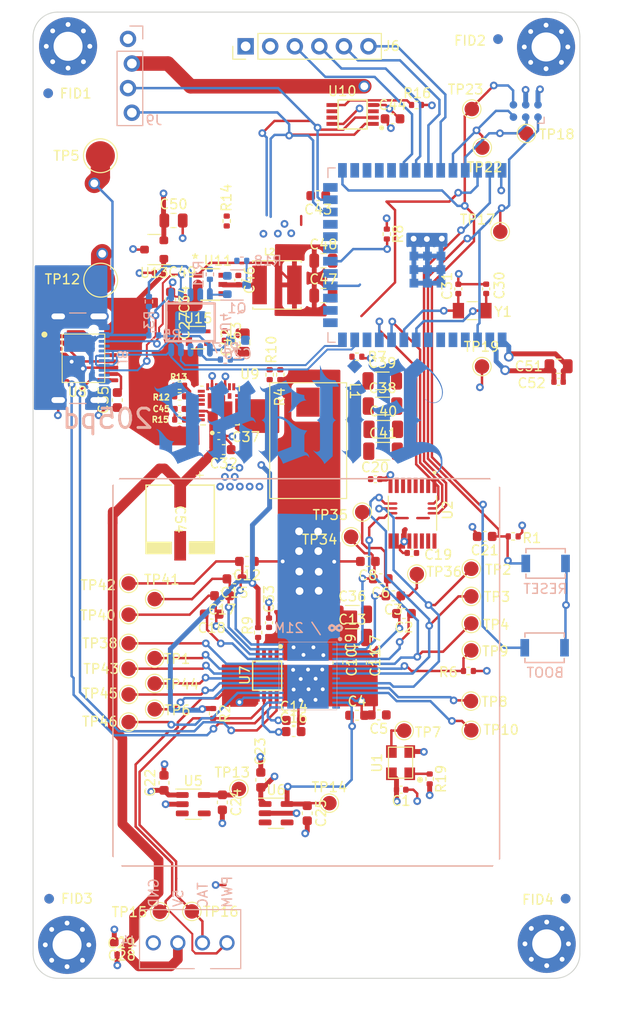
<source format=kicad_pcb>
(kicad_pcb (version 20221018) (generator pcbnew)
  (layers (0 "F.Cu" signal) (1 "In1.Cu" signal) (2 "In2.Cu" signal) (31 "B.Cu" signal) (34 "B.Paste" user) (35 "F.Paste" user) (36 "B.SilkS" user "B.Silkscreen") (37 "F.SilkS" user "F.Silkscreen") (38 "B.Mask" user) (39 "F.Mask" user) (44 "Edge.Cuts" user))
  (net 0 "")
  (net 1 "GND")
  (net 2 "/BM1366/INV_CLKO")
  (net 3 "/VDD")
  (net 4 "/ESP32/EN")
  (net 5 "/TX")
  (net 6 "/RX")
  (net 7 "/BM1366/VDD3_0")
  (net 8 "/BM1366/VDD2_0")
  (net 9 "/RST")
  (net 10 "/BM1366/PIN_MODE")
  (net 11 "/SCL")
  (net 12 "+0V8")
  (net 13 "/BM1366/VDD1_0")
  (net 14 "/BM1366/VDD1_1")
  (net 15 "/BM1366/VDD2_1")
  (net 16 "/BM1366/VDD3_1")
  (net 17 "Net-(U9-BOOT)")
  (net 18 "/BM1366/CI")
  (net 19 "/BM1366/RO")
  (net 20 "/BM1366/RST_N")
  (net 21 "/BM1366/RI")
  (net 22 "Net-(U10-FS0)")
  (net 23 "+3V3")
  (net 25 "Net-(J6-Pin_3)")
  (net 26 "Net-(J6-Pin_4)")
  (net 27 "Net-(J6-Pin_5)")
  (net 28 "/BM1366/CLKI")
  (net 29 "/BM1366/NRSTO")
  (net 30 "/BM1366/BO")
  (net 31 "/BM1366/CLKO")
  (net 32 "/BM1366/CO")
  (net 33 "/ESP32/P_TX")
  (net 34 "/ESP32/P_RX")
  (net 35 "/ESP32/IO0")
  (net 36 "/ESP32/XIN32")
  (net 37 "Net-(J6-Pin_6)")
  (net 38 "/BM1366/ADDR0")
  (net 39 "/ESP32/XOUT32")
  (net 43 "Net-(U4-VDD)")
  (net 45 "/ESP32/PWR_EN")
  (net 47 "/SDA")
  (net 61 "/BM1366/BI")
  (net 62 "/BM1366/ADDR1")
  (net 63 "+12V")
  (net 64 "Net-(U9-VDRV)")
  (net 65 "/Power/VOUT_INTERNAL")
  (net 69 "Net-(C45-Pad2)")
  (net 70 "Net-(U11-BST)")
  (net 71 "Net-(U14-VDDIO_18_1)")
  (net 72 "Net-(U14-VDDIO_08_1)")
  (net 73 "Net-(U11-SW)")
  (net 74 "+5V")
  (net 75 "IN+")
  (net 76 "/USB_D+")
  (net 77 "/USB_D-")
  (net 78 "/Fan and Screen/FAN_PWM")
  (net 79 "/Fan and Screen/FAN_TACH")
  (net 80 "Net-(L1-Pad1)")
  (net 81 "/Power/USB_PG")
  (net 82 "Net-(Q1-D)")
  (net 83 "Net-(U4-VBUS)")
  (net 84 "/Power/VDD_FB")
  (net 85 "/ESP32/PLUG_SENSE")
  (net 86 "Net-(U9-MODE1)")
  (net 87 "Net-(U9-MODE2)")
  (net 88 "/ESP32/PGOOD")
  (net 89 "Net-(U9-PHASE)")
  (net 90 "Net-(U4-CFG1)")
  (net 91 "Net-(U1-EN)")
  (net 94 "/Power/ASIC_EN")
  (net 97 "Net-(J8-CC1)")
  (net 99 "Net-(J8-CC2)")
  (net 101 "+1V2")
  (net 102 "/BM1366/CLKI_HI")
  (footprint "Capacitor_SMD:C_0603_1608Metric" (layer "F.Cu") (at 106.6768 66.479 180)
    (fp_text reference "C43")
    (fp_text value "1uF")
  )
  (footprint "Capacitor_SMD:C_0402_1005Metric" (layer "F.Cu") (at 116.356 103.365 180)
    (fp_text reference "C19")
    (fp_text value "0.1uF")
  )
  (footprint "Capacitor_SMD:C_0805_2012Metric" (layer "F.Cu") (at 91.7128 69.042)
    (fp_text reference "C50")
    (fp_text value "22uF")
  )
  (footprint "Package_SO:TSSOP-16_4.4x5mm_P0.65mm" (layer "F.Cu") (at 82.4025 83.265)
    (fp_text reference "U8")
    (fp_text value "INA260")
  )
  (footprint "Capacitor_SMD:C_0402_1005Metric" (layer "F.Cu") (at 112.268 114.6556 -90)
    (fp_text reference "C7")
    (fp_text value "0.1uF")
  )
  (footprint "Fiducial:Fiducial_1mm_Mask2mm" (layer "F.Cu") (at 125.2728 50.292)
    (fp_text reference "FID2")
    (fp_text value "Fiducial")
  )
  (footprint "Fiducial:Fiducial_1mm_Mask2mm" (layer "F.Cu") (at 132.2578 139.065)
    (fp_text reference "FID4")
    (fp_text value "Fiducial")
  )
  (footprint "Resistor_SMD:R_0402_1005Metric" (layer "F.Cu") (at 92.345 86.096 180)
    (fp_text reference "R13")
    (fp_text value "499k")
  )
  (footprint "Fiducial:Fiducial_1mm_Mask2mm" (layer "F.Cu") (at 78.8416 139.065)
    (fp_text reference "FID3")
    (fp_text value "Fiducial")
  )
  (footprint "Resistor_SMD:R_0402_1005Metric" (layer "F.Cu") (at 122.207 115.554 180)
    (fp_text reference "R6")
    (fp_text value "10k")
  )
  (footprint "Capacitor_SMD:C_0402_1005Metric" (layer "F.Cu") (at 115.25 127.81 180)
    (fp_text reference "C1")
    (fp_text value "0.1uF")
  )
  (footprint "TestPoint:TestPoint_Pad_D1.5mm" (layer "F.Cu") (at 87.0712 112.6998)
    (fp_text reference "TP38")
    (fp_text value "TestPoint")
  )
  (footprint "Capacitor_SMD:C_1206_3216Metric" (layer "F.Cu") (at 113.3776 92.8622)
    (fp_text reference "C41")
    (fp_text value "100uF")
  )
  (footprint "TestPoint:TestPoint_Pad_D1.5mm" (layer "F.Cu") (at 123.61 84.12)
    (fp_text reference "TP19")
    (fp_text value "TestPoint")
  )
  (footprint "Resistor_SMD:R_0402_1005Metric" (layer "F.Cu") (at 113.77 70.44 -90)
    (fp_text reference "R8")
    (fp_text value "1M")
  )
  (footprint "Capacitor_SMD:C_0603_1608Metric" (layer "F.Cu") (at 114.44 107.79 180)
    (fp_text reference "C3")
    (fp_text value "1uF")
  )
  (footprint "MountingHole:MountingHole_3.5mm" (layer "F.Cu") (at 84.71 94.91)
    (fp_text reference "H6" hide)
    (fp_text value "MountingHole")
  )
  (footprint "Capacitor_SMD:C_1206_3216Metric" (layer "F.Cu") (at 113.325 88.2)
    (fp_text reference "C38")
    (fp_text value "100uF")
  )
  (footprint "TestPoint:TestPoint_Pad_D1.5mm" (layer "F.Cu") (at 111.225 99.15)
    (fp_text reference "TP35")
    (fp_text value "TestPoint")
  )
  (footprint "Capacitor_SMD:C_0603_1608Metric" (layer "F.Cu") (at 105.54 130.24 -90)
    (fp_text reference "C25")
    (fp_text value "1uF")
  )
  (footprint "Capacitor_SMD:C_0402_1005Metric" (layer "F.Cu") (at 92.345 88.496 180)
    (fp_text reference "C45")
    (fp_text value "0.1uF")
  )
  (footprint "bitaxe:SC32S-7PF20PPM" (layer "F.Cu") (at 122.595 78.349 180)
    (fp_text reference "Y1")
    (fp_text value "32.768kHz")
  )
  (footprint "TestPoint:TestPoint_Pad_D1.5mm" (layer "F.Cu") (at 93.61 140.38)
    (fp_text reference "TP16")
    (fp_text value "TestPoint")
  )
  (footprint "TestPoint:TestPoint_Pad_D1.5mm" (layer "F.Cu") (at 90.3 140.41)
    (fp_text reference "TP15")
    (fp_text value "TestPoint")
  )
  (footprint "Package_TO_SOT_SMD:SOT-23-5" (layer "F.Cu") (at 93.753 129.308)
    (fp_text reference "U5")
    (fp_text value "MCP1824T-1202E/OT")
  )
  (footprint "Capacitor_SMD:C_0805_2012Metric" (layer "F.Cu") (at 131.53 84.09)
    (fp_text reference "C51")
    (fp_text value "10uF")
  )
  (footprint "TestPoint:TestPoint_Pad_D1.5mm" (layer "F.Cu") (at 122.47 118.66)
    (fp_text reference "TP8")
    (fp_text value "TestPoint")
  )
  (footprint "TestPoint:TestPoint_Pad_D1.5mm" (layer "F.Cu") (at 122.556 57.528)
    (fp_text reference "TP23")
    (fp_text value "TestPoint")
  )
  (footprint "Package_TO_SOT_SMD:SOT-23-5" (layer "F.Cu") (at 102.32 130.24)
    (fp_text reference "U6")
    (fp_text value "MCP1824T-0802E")
  )
  (footprint "MountingHole:MountingHole_3.5mm" (layer "F.Cu") (at 126.06 136.36)
    (fp_text reference "H5" hide)
    (fp_text value "MountingHole")
  )
  (footprint "TestPoint:TestPoint_Pad_D1.5mm" (layer "F.Cu") (at 89.7636 114.2238)
    (fp_text reference "TP1")
    (fp_text value "TestPoint")
  )
  (footprint "Capacitor_SMD:C_0603_1608Metric" (layer "F.Cu") (at 110.69 120.13)
    (fp_text reference "C4")
    (fp_text value "1uF")
  )
  (footprint "TestPoint:TestPoint_Pad_D1.5mm" (layer "F.Cu") (at 87.0712 115.316)
    (fp_text reference "TP43")
    (fp_text value "TestPoint")
  )
  (footprint "Package_SO:TSSOP-8_3x3mm_P0.65mm" (layer "F.Cu") (at 101.3968 116.0272 -90)
    (fp_text reference "U7")
    (fp_text value "EMC2101")
  )
  (footprint "Capacitor_SMD:C_0603_1608Metric" (layer "F.Cu") (at 99.3 104.24 180)
    (fp_text reference "C12")
    (fp_text value "1uF")
  )
  (footprint "TestPoint:TestPoint_Pad_D1.5mm" (layer "F.Cu") (at 122.5 107.85)
    (fp_text reference "TP3")
    (fp_text value "TestPoint")
  )
  (footprint "Capacitor_SMD:C_0402_1005Metric" (layer "F.Cu") (at 131.53 85.7)
    (fp_text reference "C52")
    (fp_text value "0.1uF")
  )
  (footprint "Resistor_SMD:R_0402_1005Metric" (layer "F.Cu") (at 126.837 101.658 180)
    (fp_text reference "R1")
    (fp_text value "10k")
  )
  (footprint "MountingHole:MountingHole_3mm_Pad_Via" (layer "F.Cu") (at 130.23501 51.12099)
    (fp_text reference "H7")
    (fp_text value "MountingHole_Pad")
  )
  (footprint "Capacitor_SMD:C_0402_1005Metric" (layer "F.Cu") (at 124.043 76.096 90)
    (fp_text reference "C30")
    (fp_text value "6.8pF")
  )
  (footprint "Fiducial:Fiducial_1mm_Mask2mm" (layer "F.Cu") (at 78.74 55.9054)
    (fp_text reference "FID1")
    (fp_text value "Fiducial")
  )
  (footprint "bitaxe:SOP65P640X120-16N" (layer "F.Cu") (at 116.422 99.265 -90)
    (fp_text reference "U2")
    (fp_text value "SN74AVC4T774PWR")
  )
  (footprint "Resistor_SMD:R_0402_1005Metric" (layer "F.Cu") (at 101.6564 84.9608 -90)
    (fp_text reference "R10")
    (fp_text value "10k")
  )
  (footprint "TestPoint:TestPoint_Pad_D1.5mm" (layer "F.Cu") (at 87.0712 106.51)
    (fp_text reference "TP42")
    (fp_text value "TestPoint")
  )
  (footprint "TestPoint:TestPoint_Pad_D1.5mm" (layer "F.Cu") (at 125.5 70.19)
    (fp_text reference "TP17")
    (fp_text value "TestPoint")
  )
  (footprint "bitaxe:INDUCTOR_SPB1007-R30M" (layer "F.Cu") (at 105.6132 91.7956 -90)
    (fp_text reference "L1")
    (fp_text value "300nH")
  )
  (footprint "Capacitor_SMD:C_0402_1005Metric" (layer "F.Cu") (at 97.0068 80.936803 -90)
    (fp_text reference "C53")
    (fp_text value "0.1uF")
  )
  (footprint "Resistor_SMD:R_0402_1005Metric" (layer "F.Cu") (at 92.345 89.596 180)
    (fp_text reference "R15")
    (fp_text value "1")
  )
  (footprint "bitaxe:IND_VLS5045EX-100M" (layer "F.Cu") (at 102.4128 75.692)
    (fp_text reference "L2")
    (fp_text value "6.8uH")
  )
  (footprint "Capacitor_SMD:C_0603_1608Metric" (layer "F.Cu") (at 98.01 106.04 180)
    (fp_text reference "C15")
    (fp_text value "1uF")
  )
  (footprint "Resistor_SMD:R_0402_1005Metric" (layer "F.Cu") (at 116.84 57.11)
    (fp_text reference "R16")
    (fp_text value "80.6k")
  )
  (footprint "MountingHole:MountingHole_3mm_Pad_Via" (layer "F.Cu") (at 130.302 143.728)
    (fp_text reference "H9")
    (fp_text value "MountingHole_Pad")
  )
  (footprint "TestPoint:TestPoint_Pad_D3.0mm" (layer "F.Cu") (at 84.18 75.2)
    (fp_text reference "TP12")
    (fp_text value "TestPoint")
  )
  (footprint "Capacitor_SMD:C_0603_1608Metric" (layer "F.Cu") (at 104.13 121.81)
    (fp_text reference "C16")
    (fp_text value "1uF")
  )
  (footprint "Capacitor_SMD:C_0402_1005Metric" (layer "F.Cu") (at 90.2128 74.442 180)
    (fp_text reference "C49")
    (fp_text value "0.1uF")
  )
  (footprint "Capacitor_SMD:C_0603_1608Metric" (layer "F.Cu") (at 95.659 109.681 180)
    (fp_text reference "C18")
    (fp_text value "1uF")
  )
  (footprint "TestPoint:TestPoint_Pad_D1.5mm" (layer "F.Cu") (at 128.2 60.06)
    (fp_text reference "TP18")
    (fp_text value "TestPoint")
  )
  (footprint "Capacitor_SMD:C_1206_3216Metric" (layer "F.Cu") (at 113.4 90.6)
    (fp_text reference "C40")
    (fp_text value "100uF")
  )
  (footprint "Package_SO:TSSOP-8_3x3mm_P0.65mm" (layer "F.Cu") (at 110.23 58.09 180)
    (fp_text reference "U10")
    (fp_text value "DS4432U+")
  )
  (footprint "TestPoint:TestPoint_Pad_D1.5mm" (layer "F.Cu") (at 116.87 105.55)
    (fp_text reference "TP36")
    (fp_text value "TestPoint")
  )
  (footprint "Capacitor_SMD:C_1206_3216Metric" (layer "F.Cu") (at 113.3 85.6)
    (fp_text reference "C39")
    (fp_text value "100uF")
  )
  (footprint "Connector_PinHeader_2.54mm:PinHeader_1x06_P2.54mm_Vertical" (layer "F.Cu") (at 99.171505 51.054 90)
    (fp_text reference "J6")
    (fp_text value "Conn_01x06")
  )
  (footprint "TestPoint:TestPoint_Pad_D1.5mm" (layer "F.Cu") (at 89.7636 116.84)
    (fp_text reference "TP44")
    (fp_text value "TestPoint")
  )
  (footprint "MountingHole:MountingHole_3mm_Pad_Via" (layer "F.Cu") (at 80.70501 143.83099)
    (fp_text reference "H10")
    (fp_text value "MountingHole_Pad")
  )
  (footprint "Capacitor_SMD:C_0402_1005Metric" (layer "F.Cu") (at 121.159 76.105 90)
    (fp_text reference "C31")
    (fp_text value "6.8pF")
  )
  (footprint "TestPoint:TestPoint_Pad_D3.0mm" (layer "F.Cu") (at 84.15 62.35)
    (fp_text reference "TP5")
    (fp_text value "TestPoint")
  )
  (footprint "Resistor_SMD:R_0402_1005Metric" (layer "F.Cu") (at 118.2 126.7 -90)
    (fp_text reference "R19")
    (fp_text value "10k")
  )
  (footprint "bitaxe:CAP_WCAP-ASLI_06p3X07p7_WRE" (layer "F.Cu") (at 92.4 99.89515 -90)
    (fp_text reference "C54")
    (fp_text value "100uF")
  )
  (footprint "Capacitor_SMD:C_0603_1608Metric" (layer "F.Cu") (at 85.9028 87.5792 90)
    (fp_text reference "C35")
    (fp_text value "1uF")
  )
  (footprint "Capacitor_SMD:C_0603_1608Metric" (layer "F.Cu") (at 108.712 114.681 -90)
    (fp_text reference "C10")
    (fp_text value "1uF")
  )
  (footprint "bitaxe:DIODESINC_SOT-23" (layer "F.Cu") (at 89.7128 72.042 180)
    (fp_text reference "U13")
    (fp_text value "AP7375-50SA-7")
  )
  (footprint "Capacitor_SMD:C_0603_1608Metric" (layer "F.Cu") (at 111.1504 114.7064 -90)
    (fp_text reference "C11")
    (fp_text value "1uF")
  )
  (footprint "Resistor_SMD:R_0402_1005Metric" (layer "F.Cu") (at 97.2128 69.092 -90)
    (fp_text reference "R14")
    (fp_text value "10k")
  )
  (footprint "MountingHole:MountingHole_3.5mm" (layer "F.Cu") (at 84.71 136.36)
    (fp_text reference "H2" hide)
    (fp_text value "MountingHole")
  )
  (footprint "Capacitor_SMD:C_0603_1608Metric" (layer "F.Cu") (at 104.15 120.66)
    (fp_text reference "C14")
    (fp_text value "1uF")
  )
  (footprint "Capacitor_SMD:C_1206_3216Metric" (layer "F.Cu") (at 110.2 112.1)
    (fp_text reference "C13")
    (fp_text value "100uF")
  )
  (footprint "Capacitor_SMD:C_0805_2012Metric" (layer "F.Cu") (at 107.2128 73.192)
    (fp_text reference "C48")
    (fp_text value "22uF")
  )
  (footprint "Capacitor_SMD:C_0402_1005Metric" (layer "F.Cu") (at 101.59 110.57 90)
    (fp_text reference "C33")
    (fp_text value "0.1uF")
  )
  (footprint "Resistor_SMD:R_0402_1005Metric" (layer "F.Cu") (at 95.8088 119.9388 90)
    (fp_text reference "R2")
    (fp_text value "5.6k")
  )
  (footprint "Package_TO_SOT_SMD:SOT-353_SC-70-5" (layer "F.Cu") (at 94.2568 81.1356)
    (fp_text reference "U15")
    (fp_text value "74LVC1G08")
  )
  (footprint "Capacitor_SMD:C_0603_1608Metric" (layer "F.Cu") (at 86.36 143.51 180)
    (fp_text reference "C28")
    (fp_text value "1uF")
  )
  (footprint "TestPoint:TestPoint_Pad_D1.5mm" (layer "F.Cu") (at 89.7636 108.13)
    (fp_text reference "TP41")
    (fp_text value "TestPoint")
  )
  (footprint "TestPoint:TestPoint_Pad_D1.5mm" (layer "F.Cu") (at 122.5 105)
    (fp_text reference "TP2")
    (fp_text value "TestPoint")
  )
  (footprint "Capacitor_SMD:C_0603_1608Metric" (layer "F.Cu") (at 114.36 58.54)
    (fp_text reference "C44")
    (fp_text value "1uF")
  )
  (footprint "bitaxe:REGULATOR_SIC431AED-T1-GE3" (layer "F.Cu") (at 96.52 88.146 90)
    (fp_text reference "U9")
    (fp_text value "SIC431AED-T1-GE3")
  )
  (footprint "TestPoint:TestPoint_Pad_D1.5mm" (layer "F.Cu") (at 110.075 101.7)
    (fp_text reference "TP34")
    (fp_text value "TestPoint")
  )
  (footprint "TestPoint:TestPoint_Pad_D1.5mm" (layer "F.Cu") (at 87.0712 120.8278)
    (fp_text reference "TP46")
    (fp_text value "TestPoint")
  )
  (footprint "MountingHole:MountingHole_3mm_Pad_Via" (layer "F.Cu") (at 80.808 51.054)
    (fp_text reference "H8" hide)
    (fp_text value "MountingHole_Pad")
  )
  (footprint "Capacitor_SMD:C_0603_1608Metric" (layer "F.Cu") (at 90.7288 127.1016 90)
    (fp_text reference "C22")
    (fp_text value "1uF")
  )
  (footprint "Capacitor_SMD:C_0603_1608Metric" (layer "F.Cu") (at 96.895 92.697203 180)
    (fp_text reference "C32")
    (fp_text value "1uF")
  )
  (footprint "TestPoint:TestPoint_Pad_D1.5mm" (layer "F.Cu") (at 122.5 121.68)
    (fp_text reference "TP10")
    (fp_text value "TestPoint")
  )
  (footprint "Capacitor_SMD:C_0603_1608Metric" (layer "F.Cu") (at 123.89 101.66 180)
    (fp_text reference "C21")
    (fp_text value "1uF")
  )
  (footprint "Capacitor_SMD:C_0603_1608Metric" (layer "F.Cu") (at 113.14 106.03 180)
    (fp_text reference "C6")
    (fp_text value "1uF")
  )
  (footprint "Capacitor_SMD:C_0402_1005Metric" (layer "F.Cu") (at 98.4128 75.192 -90)
    (fp_text reference "C46")
    (fp_text value "0.1uF")
  )
  (footprint "Capacitor_SMD:C_0805_2012Metric" (layer "F.Cu") (at 98.8568 81.6356 90)
    (fp_text reference "C42")
    (fp_text value "4.7uF")
  )
  (footprint "TestPoint:TestPoint_Pad_D1.5mm" (layer "F.Cu") (at 115.56 121.71)
    (fp_text reference "TP7")
    (fp_text value "TestPoint")
  )
  (footprint "Capacitor_SMD:C_0603_1608Metric" (layer "F.Cu") (at 91.4128 77.192 -90)
    (fp_text reference "C34")
    (fp_text value "1uF")
  )
  (footprint "TestPoint:TestPoint_Pad_D1.5mm" (layer "F.Cu") (at 87.0712 109.74)
    (fp_text reference "TP40")
    (fp_text value "TestPoint")
  )
  (footprint "MountingHole:MountingHole_3.5mm" (layer "F.Cu") (at 126.06 94.91)
    (fp_text reference "H1" hide)
    (fp_text value "MountingHole")
  )
  (footprint "bitaxe:O 25,0-JO32-B-1V3-1-T1-LF" (layer "F.Cu") (at 115.19 125.02 90)
    (fp_text reference "U1")
    (fp_text value "25MHz")
  )
  (footprint "TestPoint:TestPoint_Pad_D1.5mm" (layer "F.Cu") (at 98.473 127.736)
    (fp_text reference "TP13")
    (fp_text value "TestPoint")
  )
  (footprint "Resistor_SMD:R_0402_1005Metric" (layer "F.Cu") (at 92.345 87.196)
    (fp_text reference "R12")
    (fp_text value "100k")
  )
  (footprint "Resistor_SMD:R_0402_1005Metric" (layer "F.Cu") (at 102.7564 84.9608 90)
    (fp_text reference "R4")
    (fp_text value "9.53k")
  )
  (footprint "Capacitor_SMD:C_0603_1608Metric" (layer "F.Cu") (at 115.54 109.624 180)
    (fp_text reference "C2")
    (fp_text value "1uF")
  )
  (footprint "Resistor_SMD:R_0402_1005Metric" (layer "F.Cu") (at 110.675 83.104797)
    (fp_text reference "R7")
    (fp_text value "10k")
  )
  (footprint "Capacitor_SMD:C_0603_1608Metric" (layer "F.Cu") (at 100.7364 126.7968 90)
    (fp_text reference "C23")
    (fp_text value "1uF")
  )
  (footprint "TestPoint:TestPoint_Pad_D1.5mm" (layer "F.Cu") (at 89.7636 119.507)
    (fp_text reference "TP6")
    (fp_text value "TestPoint")
  )
  (footprint "Capacitor_SMD:C_0603_1608Metric" (layer "F.Cu") (at 112.94 120.09 180)
    (fp_text reference "C5")
    (fp_text value "1uF")
  )
  (footprint "TestPoint:TestPoint_Pad_D1.5mm" (layer "F.Cu") (at 122.5 113.43)
    (fp_text reference "TP9")
    (fp_text value "TestPoint")
  )
  (footprint "Resistor_SMD:R_0402_1005Metric" (layer "F.Cu") (at 100.46 111.58 90)
    (fp_text reference "R9")
    (fp_text value "10k")
  )
  (footprint "Capacitor_SMD:C_0603_1608Metric" (layer "F.Cu") (at 96.73 107.78 180)
    (fp_text reference "C17")
    (fp_text value "1uF")
  )
  (footprint "Capacitor_SMD:C_0603_1608Metric" (layer "F.Cu") (at 111.81 104.24 180)
    (fp_text reference "C8")
    (fp_text value "1uF")
  )
  (footprint "Capacitor_SMD:C_0402_1005Metric" (layer "F.Cu") (at 86.36 144.78 180)
    (fp_text reference "C29")
    (fp_text value "0.1uF")
  )
  (footprint "TestPoint:TestPoint_Pad_D1.5mm" (layer "F.Cu") (at 107.83 129.2)
    (fp_text reference "TP14")
    (fp_text value "TestPoint")
  )
  (footprint "TestPoint:TestPoint_Pad_D1.5mm" (layer "F.Cu") (at 87.0712 117.983)
    (fp_text reference "TP45")
    (fp_text value "TestPoint")
  )
  (footprint "Capacitor_SMD:C_0402_1005Metric" (layer "F.Cu") (at 92.8128 77.392 90)
    (fp_text reference "C27")
    (fp_text value "0.1uF")
  )
  (footprint "TestPoint:TestPoint_Pad_D1.5mm" (layer "F.Cu") (at 123.64 61.51)
    (fp_text reference "TP22")
    (fp_text value "TestPoint")
  )
  (footprint "Capacitor_SMD:C_0402_1005Metric" (layer "F.Cu") (at 112.575 95.745)
    (fp_text reference "C20")
    (fp_text value "0.1uF")
  )
  (footprint "Capacitor_SMD:C_0805_2012Metric" (layer "F.Cu") (at 107.2128 76.792)
    (fp_text reference "C47")
    (fp_text value "22uF")
  )
  (footprint "Capacitor_SMD:C_0603_1608Metric" (layer "F.Cu") (at 96.763 129.118 -90)
    (fp_text reference "C24")
    (fp_text value "1uF")
  )
  (footprint "Capacitor_SMD:C_1206_3216Metric" (layer "F.Cu") (at 110.2 109.7)
    (fp_text reference "C36")
    (fp_text value "100uF")
  )
  (footprint "Capacitor_SMD:C_0402_1005Metric" (layer "F.Cu") (at 109.982 114.71 -90)
    (fp_text reference "C9")
    (fp_text value "0.1uF")
  )
  (footprint "bitaxe:TSOT26_DIO" (layer "F.Cu") (at 95.51105 75.641999)
    (fp_text reference "U11")
    (fp_text value "AP63203QWU-7")
  )
  (footprint "TestPoint:TestPoint_Pad_D1.5mm" (layer "F.Cu") (at 122.5 110.65)
    (fp_text reference "TP4")
    (fp_text value "TestPoint")
  )
  (footprint "Capacitor_SMD:C_0402_1005Metric" (layer "F.Cu") (at 96.395 91.297203)
    (fp_text reference "C37")
    (fp_text value "0.1uF")
  )
  (footprint "Resistor_SMD:R_0402_1005Metric" (layer "B.Cu") (at 98.772 73.2 180)
    (fp_text reference "R18")
    (fp_text value "10k")
  )
  (footprint "bitaxe:470531000" (layer "B.Cu") (at 89.621 143.622)
    (fp_text reference "J4")
    (fp_text value "Conn_01x04")
  )
  (footprint "bitaxe:PinHeader_1x04_P2.54mm_Vertical_shifted" (layer "B.Cu") (at 87.205 50.292 180)
    (fp_text reference "J9")
    (fp_text value "Conn_01x04")
  )
  (footprint "Resistor_SMD:R_0402_1005Metric" (layer "B.Cu") (at 89.672 80.9 180)
    (fp_text reference "R5")
    (fp_text value "1k")
  )
  (footprint "Fiducial:Fiducial_1mm_Mask2mm" (layer "B.Cu") (at 132.26 139.06 180)
    (fp_text reference "FID7" hide)
    (fp_text value "Fiducial")
  )
  (footprint "Connector_USB:USB_C_Receptacle_GCT_USB4105-xx-A_16P_TopMnt_Horizontal" (layer "B.Cu") (at 80.865 83.26 90)
    (fp_text reference "J8")
    (fp_text value "USB_C_Receptacle_USB2.0")
  )
  (footprint "bitaxe:ESP32-S3-WROOM-1" (layer "B.Cu") (at 117.43 72.61 90)
    (fp_text reference "U12" hide)
    (fp_text value "ESP32-S3-WROOM-1")
  )
  (footprint "bitaxe:Tag-Connect_TC2030-IDC-NL_2x03_P1.27mm_Vertical" (layer "B.Cu") (at 128.13 57.73 180)
    (fp_text reference "J5" hide)
    (fp_text value "TC2030-IDC")
  )
  (footprint "Resistor_SMD:R_0402_1005Metric" (layer "B.Cu") (at 95.472 74.6 -90)
    (fp_text reference "R11")
    (fp_text value "10k")
  )
  (footprint "bitaxe:logo" (layer "B.Cu") (at 105.131305 89.685804 180)
    (fp_text reference "G***" hide)
    (fp_text value "LOGO" hide)
  )
  (footprint "bitaxe:logo-fcu" (layer "B.Cu") (at 105.131305 89.685804 180)
    (fp_text reference "G***" hide)
    (fp_text value "LOGO" hide)
  )
  (footprint "Fiducial:Fiducial_1mm_Mask2mm" (layer "B.Cu") (at 78.85 139.07 180)
    (fp_text reference "FID8" hide)
    (fp_text value "Fiducial")
  )
  (footprint "IC:ESSOP-10" (layer "B.Cu") (at 93.472 79.55 90)
    (fp_text reference "U4")
    (fp_text value "CH224K")
  )
  (footprint "bitaxe:BM1366" (layer "B.Cu") (at 105.612 116.068 180)
    (fp_text reference "U14" hide)
    (fp_text value "BM1366_mode1")
  )
  (footprint "Resistor_SMD:R_0402_1005Metric" (layer "B.Cu") (at 97.072 83.4 180)
    (fp_text reference "R17")
    (fp_text value "24k")
  )
  (footprint "bitaxe:SW_CS1213AGF260_CRS" (layer "B.Cu") (at 130.186 104.448 180)
    (fp_text reference "SW1" hide)
    (fp_text value "GT-TC029B-H025-L1N")
  )
  (footprint "bitaxe:DIODESINC_SOT-23" (layer "B.Cu") (at 98.272 75.7)
    (fp_text reference "Q1")
    (fp_text value "DMP31D1U-7")
  )
  (footprint "Capacitor_SMD:C_0603_1608Metric" (layer "B.Cu") (at 98.372 81.4)
    (fp_text reference "C26")
    (fp_text value "1uF")
  )
  (footprint "Fiducial:Fiducial_1mm_Mask2mm" (layer "B.Cu") (at 125.27 50.31 180)
    (fp_text reference "FID5" hide)
    (fp_text value "Fiducial")
  )
  (footprint "bitaxe:SW_CS1213AGF260_CRS" (layer "B.Cu") (at 130.082 113.155 180)
    (fp_text reference "SW2" hide)
    (fp_text value "GT-TC029B-H025-L1N")
  )
  (footprint "Resistor_SMD:R_0402_1005Metric" (layer "B.Cu") (at 89.172 77.41 90)
    (fp_text reference "R3")
    (fp_text value "10k")
  )
  (footprint "Fiducial:Fiducial_1mm_Mask2mm" (layer "B.Cu") (at 78.75 55.9 180)
    (fp_text reference "FID6" hide)
    (fp_text value "Fiducial")
  )
  (gr_rect locked (start 85.45 95.7) (end 125.43 135.69) (stroke (width 0.15)) (fill none) (layer "B.SilkS"))
  (gr_line (start 79.729 47.522) (end 131.192 47.522) (stroke (width 0.1)) (layer "Edge.Cuts"))
  (gr_arc (start 133.732 144.744) (mid 132.988051 146.540051) (end 131.192 147.284) (stroke (width 0.1)) (layer "Edge.Cuts"))
  (gr_arc (start 131.192 47.522) (mid 132.988051 48.265949) (end 133.732 50.062) (stroke (width 0.1)) (layer "Edge.Cuts"))
  (gr_arc (start 77.189 50.062) (mid 77.932949 48.265949) (end 79.729 47.522) (stroke (width 0.1)) (layer "Edge.Cuts"))
  (gr_line (start 131.192 147.284) (end 79.729 147.284) (stroke (width 0.1)) (layer "Edge.Cuts"))
  (gr_line (start 133.732 50.062) (end 133.732 144.744) (stroke (width 0.1)) (layer "Edge.Cuts"))
  (gr_arc (start 79.729 147.284) (mid 77.932949 146.540051) (end 77.189 144.744) (stroke (width 0.1)) (layer "Edge.Cuts"))
  (gr_line (start 77.189 144.744) (end 77.189 50.062) (stroke (width 0.1)) (layer "Edge.Cuts"))
  (gr_text "5V" (at 92.209 139.018 90) (layer "B.SilkS") (effects (font (size 1 1)) (justify mirror)))
  (gr_text "/ 21M" (at 104.55 111.11) (layer "B.SilkS") (effects (font (size 1 1)) (justify mirror)))
  (gr_text "∞" (at 108.47 110.96) (layer "B.SilkS") (effects (font (size 2 2) (thickness 0.25)) (justify mirror)))
  (gr_text "205pd" (at 89.76 90.67) (layer "B.SilkS") (effects (font (size 2 2) (thickness 0.3)) (justify left bottom mirror)))
  (gr_text "PWM" (at 97.265 138.363 90) (layer "B.SilkS") (effects (font (size 1 1)) (justify mirror)))
  (gr_text "TAC" (at 94.7325 138.696333 90) (layer "B.SilkS") (effects (font (size 1 1)) (justify mirror)))
  (gr_text "GND" (at 89.6675 138.482048 90) (layer "B.SilkS") (effects (font (size 1 1)) (justify mirror)))
  (segment (start 92.6628 70.8624) (end 92.6592 70.866) (width 0.254) (layer "F.Cu") (net 1))
  (segment (start 90.897 129.309) (end 90.898 129.308) (width 0.508) (layer "F.Cu") (net 1))
  (segment (start 96.763 129.768) (end 96.763 131.278) (width 0.508) (layer "F.Cu") (net 1))
  (segment (start 116.91 128.21) (end 116.91 128.99) (width 0.254) (layer "F.Cu") (net 1))
  (segment (start 91.4128 75.627956) (end 91.622978 75.417778) (width 0.203) (layer "F.Cu") (net 1))
  (segment (start 79.54 82.94) (end 80.5016 82.94) (width 0.508) (layer "F.Cu") (net 1))
  (segment (start 101.59 110.09) (end 101.59 108.48) (width 0.254) (layer "F.Cu") (net 1))
  (segment (start 79.54 84.24) (end 80.5552 84.24) (width 0.508) (layer "F.Cu") (net 1))
  (segment (start 121.159 74.598) (end 121.21 74.547) (width 0.254) (layer "F.Cu") (net 1))
  (segment (start 112.38 57.115) (end 113.655 57.115) (width 0.254) (layer "F.Cu") (net 1))
  (segment (start 117.602 123.903) (end 117.569 123.87) (width 0.508) (layer "F.Cu") (net 1))
  (segment (start 115.13 103.06) (end 115.13 102.6317) (width 0.254) (layer "F.Cu") (net 1))
  (segment (start 84.18 75.2) (end 84.18 72.63) (width 2) (layer "F.Cu") (net 1))
  (segment (start 79.79 87.58) (end 79.79 89.12) (width 0.254) (layer "F.Cu") (net 1))
  (segment (start 115.5737 102.188) (end 115.5737 101.0483) (width 0.508) (layer "F.Cu") (net 1))
  (segment (start 122.717 115.554) (end 124.094 115.554) (width 0.254) (layer "F.Cu") (net 1))
  (segment (start 115.13 102.6317) (end 115.5737 102.188) (width 0.254) (layer "F.Cu") (net 1))
  (segment (start 96.875 89.1285) (end 97.195 88.8085) (width 0.254) (layer "F.Cu") (net 1))
  (segment (start 114.84 58.3) (end 114.03 57.49) (width 0.254) (layer "F.Cu") (net 1))
  (segment (start 112.46 120.09) (end 112.46 118.82) (width 0.254) (layer "F.Cu") (net 1))
  (segment (start 104.914 68.586) (end 104.914 69.487) (width 0.254) (layer "F.Cu") (net 1))
  (segment (start 118.39 57.11) (end 117.35 57.11) (width 0.254) (layer "F.Cu") (net 1))
  (segment (start 121.168 75.616) (end 121.159 75.625) (width 0.254) (layer "F.Cu") (net 1))
  (segment (start 104.61 120.68) (end 104.63 120.66) (width 0.254) (layer "F.Cu") (net 1))
  (segment (start 116.02 109.624) (end 116.02 111.630284) (width 0.254) (layer "F.Cu") (net 1))
  (segment (start 84.7722 88.3542) (end 83.9724 89.154) (width 0.254) (layer "F.Cu") (net 1))
  (segment (start 95.695 86.2085) (end 95.695 85.1022) (width 0.254) (layer "F.Cu") (net 1))
  (segment (start 85.265 84.24) (end 82.4348 84.24) (width 0.254) (layer "F.Cu") (net 1))
  (segment (start 92.6628 69.042) (end 92.6628 70.8624) (width 0.254) (layer "F.Cu") (net 1))
  (segment (start 115.9 127.81) (end 116.51 127.81) (width 0.254) (layer "F.Cu") (net 1))
  (segment (start 90.7288 125.222) (end 90.7796 125.1712) (width 0.508) (layer "F.Cu") (net 1))
  (segment (start 95.695 85.1022) (end 95.7072 85.09) (width 0.254) (layer "F.Cu") (net 1))
  (segment (start 80.5552 84.24) (end 81.1784 83.6168) (width 0.508) (layer "F.Cu") (net 1))
  (segment (start 126.38 83.11) (end 126.68 82.81) (width 0.508) (layer "F.Cu") (net 1))
  (segment (start 104.61 121.81) (end 104.61 120.68) (width 0.254) (layer "F.Cu") (net 1))
  (segment (start 105.54 132.11) (end 105.54 130.89) (width 0.508) (layer "F.Cu") (net 1))
  (segment (start 117.569 123.87) (end 116.14 123.87) (width 0.508) (layer "F.Cu") (net 1))
  (segment (start 96.8225 87.396) (end 96.0325 87.396) (width 0.254) (layer "F.Cu") (net 1))
  (segment (start 88.2196 74.442) (end 88.1888 74.4728) (width 0.254) (layer "F.Cu") (net 1))
  (segment (start 124.094 115.554) (end 124.109 115.539) (width 0.254) (layer "F.Cu") (net 1))
  (segment (start 97.67 92.092203) (end 96.875 91.297203) (width 0.254) (layer "F.Cu") (net 1))
  (segment (start 104.63 120.66) (end 104.63 118.788) (width 0.254) (layer "F.Cu") (net 1))
  (segment (start 121.159 75.625) (end 121.159 74.598) (width 0.254) (layer "F.Cu") (net 1))
  (segment (start 85.88 145.9256) (end 85.9028 145.9484) (width 0.508) (layer "F.Cu") (net 1))
  (segment (start 131.2 82.81) (end 132.48 84.09) (width 0.508) (layer "F.Cu") (net 1))
  (segment (start 96.0325 87.396) (end 95.77 87.6585) (width 0.254) (layer "F.Cu") (net 1))
  (segment (start 85.585 143.51) (end 85.585 142.253) (width 0.508) (layer "F.Cu") (net 1))
  (segment (start 96.875 91.297203) (end 97.748803 91.297203) (width 0.254) (layer "F.Cu") (net 1))
  (segment (start 101.1825 130.24) (end 104.43 130.24) (width 0.508) (layer "F.Cu") (net 1))
  (segment (start 91.9078 76.912) (end 91.4128 76.417) (width 0.203) (layer "F.Cu") (net 1))
  (segment (start 79.79 89.12) (end 79.756 89.154) (width 0.254) (layer "F.Cu") (net 1))
  (segment (start 115.876 103.365) (end 115.435 103.365) (width 0.254) (layer "F.Cu") (net 1))
  (segment (start 114.84 58.54) (end 114.84 58.3) (width 0.254) (layer "F.Cu") (net 1))
  (segment (start 122.62 100.87) (end 123.41 101.66) (width 0.254) (layer "F.Cu") (net 1))
  (segment (start 118.107 99.765) (end 116.922 99.765) (width 0.254) (layer "F.Cu") (net 1))
  (segment (start 89.7328 74.442) (end 88.2196 74.442) (width 0.254) (layer "F.Cu") (net 1))
  (segment (start 97.045 85.174453) (end 97.080596 85.138857) (width 0.254) (layer "F.Cu") (net 1))
  (segment (start 101.59 108.48) (end 101.57 108.46) (width 0.254) (layer "F.Cu") (net 1))
  (segment (start 96.6 112.71) (end 95.179 111.289) (width 0.254) (layer "F.Cu") (net 1))
  (segment (start 115.435 103.365) (end 115.13 103.06) (width 0.254) (layer "F.Cu") (net 1))
  (segment (start 114.14 95.31) (end 113.705 95.745) (width 0.508) (layer "F.Cu") (net 1))
  (segment (start 85.585 142.253) (end 85.598 142.24) (width 0.508) (layer "F.Cu") (net 1))
  (segment (start 104.63 118.788) (end 104.855 118.563) (width 0.254) (layer "F.Cu") (net 1))
  (segment (start 95.179 111.289) (end 95.179 109.681) (width 0.254) (layer "F.Cu") (net 1))
  (segment (start 87.5868 72.042) (end 87.5284 71.9836) (width 0.254) (layer "F.Cu") (net 1))
  (segment (start 91.4128 76.417) (end 91.4128 75.627956) (width 0.203) (layer "F.Cu") (net 1))
  (segment (start 114.737 99.765) (end 115.922 99.765) (width 0.254) (layer "F.Cu") (net 1))
  (segment (start 100.7364 126.0218) (end 100.7364 124.46) (width 0.508) (layer "F.Cu") (net 1))
  (segment (start 116.02 111.630284) (end 115.099642 112.550642) (width 0.254) (layer "F.Cu") (net 1))
  (segment (start 90.7288 126.3266) (end 90.7288 125.222) (width 0.508) (layer "F.Cu") (net 1))
  (segment (start 97.67 92.697203) (end 97.67 92.092203) (width 0.254) (layer "F.Cu") (net 1))
  (segment (start 118.43 57.15) (end 118.39 57.11) (width 0.254) (layer "F.Cu") (net 1))
  (segment (start 115.5737 101.0483) (end 115.672 100.95) (width 0.508) (layer "F.Cu") (net 1))
  (segment (start 90.898 129.308) (end 92.6155 129.308) (width 0.508) (layer "F.Cu") (net 1))
  (segment (start 111.17 120.13) (end 111.17 118.67) (width 0.254) (layer "F.Cu") (net 1))
  (segment (start 82.4348 84.24) (end 82.3468 84.328) (width 0.508) (layer "F.Cu") (net 1))
  (segment (start 132.01 84.56) (end 132.01 85.7) (width 0.508) (layer "F.Cu") (net 1))
  (segment (start 85.88 144.78) (end 85.88 145.9256) (width 0.508) (layer "F.Cu") (net 1))
  (segment (start 112.46 118.82) (end 112.4 118.76) (width 0.254) (layer "F.Cu") (net 1))
  (segment (start 126.68 82.81) (end 131.2 82.81) (width 0.508) (layer "F.Cu") (net 1))
  (segment (start 85.9028 88.3542) (end 84.7722 88.3542) (width 0.254) (layer "F.Cu") (net 1))
  (segment (start 113.655 57.115) (end 114.03 57.49) (width 0.254) (layer "F.Cu") (net 1))
  (segment (start 122.62 100.67) (end 122.62 100.87) (width 0.254) (layer "F.Cu") (net 1))
  (segment (start 97.07 137.65) (end 97.08 137.64) (width 0.254) (layer "F.Cu") (net 1))
  (segment (start 116.51 127.81) (end 116.91 128.21) (width 0.254) (layer "F.Cu") (net 1))
  (segment (start 111.17 118.67) (end 111.14 118.64) (width 0.254) (layer "F.Cu") (net 1))
  (segment (start 84.18 72.63) (end 84.34 72.47) (width 2) (layer "F.Cu") (net 1))
  (segment (start 88.7128 72.042) (end 87.5868 72.042) (width 0.254) (layer "F.Cu") (net 1))
  (segment (start 96.763 131.278) (end 96.783 131.298) (width 0.508) (layer "F.Cu") (net 1))
  (segment (start 113.705 95.745) (end 113.055 95.745) (width 0.508) (layer "F.Cu") (net 1))
  (segment (start 83.97 89.1516) (end 83.9724 89.154) (width 0.254) (layer "F.Cu") (net 1))
  (segment (start 100.7364 124.46) (end 100.6856 124.4092) (width 0.508) (layer "F.Cu") (net 1))
  (segment (start 80.5016 82.94) (end 81.1784 83.6168) (width 0.508) (layer "F.Cu") (net 1))
  (segment (start 132.48 84.09) (end 132.01 84.56) (width 0.508) (layer "F.Cu") (net 1))
  (segment (start 81.1516 83.59) (end 81.1784 83.6168) (width 0.508) (layer "F.Cu") (net 1))
  (segment (start 92.8128 76.912) (end 91.9078 76.912) (width 0.203) (layer "F.Cu") (net 1))
  (segment (start 96.07 137.65) (end 97.07 137.65) (width 0.254) (layer "F.Cu") (net 1))
  (segment (start 83.97 87.58) (end 83.97 89.1516) (width 0.254) (layer "F.Cu") (net 1))
  (segment (start 96.875 91.297203) (end 96.875 89.1285) (width 0.254) (layer "F.Cu") (net 1))
  (segment (start 97.748803 91.297203) (end 97.79 91.3384) (width 0.254) (layer "F.Cu") (net 1))
  (segment (start 124.043 75.616) (end 121.168 75.616) (width 0.254) (layer "F.Cu") (net 1))
  (segment (start 97.045 86.2085) (end 97.045 85.174453) (width 0.254) (layer "F.Cu") (net 1))
  (segment (start 79.54 83.59) (end 81.1516 83.59) (width 0.508) (layer "F.Cu") (net 1))
  (via (at 90.7796 125.1712) (size 0.8) (drill 0.4) (layers "F.Cu" "B.Cu") (net 1))
  (via (at 103.19 69.39) (size 0.8) (drill 0.4) (layers "F.Cu" "B.Cu") (net 1))
  (via (at 83.9724 89.154) (size 0.8) (drill 0.4) (layers "F.Cu" "B.Cu") (net 1))
  (via (at 97.080596 85.138857) (size 0.8) (drill 0.4) (layers "F.Cu" "B.Cu") (net 1))
  (via (at 97.49 94.55) (size 0.8) (drill 0.4) (layers "F.Cu" "B.Cu") (net 1))
  (via (at 100.6856 124.4092) (size 0.8) (drill 0.4) (layers "F.Cu" "B.Cu") (net 1))
  (via (at 116.91 128.99) (size 0.8) (drill 0.4) (layers "F.Cu" "B.Cu") (net 1))
  (via (at 116.54 70.92) (size 1) (drill 0.6) (layers "F.Cu" "B.Cu") (net 1))
  (via (at 125.6 65.94) (size 0.8) (drill 0.4) (layers "F.Cu" "B.Cu") (net 1))
  (via (at 95.7072 85.09) (size 0.8) (drill 0.4) (layers "F.Cu" "B.Cu") (net 1))
  (via (at 91.622978 75.417778) (size 0.8) (drill 0.4) (layers "F.Cu" "B.Cu") (net 1))
  (via (at 96.6 112.71) (size 0.8) (drill 0.4) (layers "F.Cu" "B.Cu") (net 1))
  (via (at 98.53 94.57) (size 0.8) (drill 0.4) (layers "F.Cu" "B.Cu") (net 1))
  (via (at 92.6592 70.866) (size 0.8) (drill 0.4) (layers "F.Cu" "B.Cu") (net 1))
  (via (at 103.886 70.358) (size 0.8) (drill 0.4) (layers "F.Cu" "B.Cu") (net 1))
  (via (at 106.396 118.533) (size 0.8) (drill 0.4) (layers "F.Cu" "B.Cu") (net 1))
  (via (at 97.028 95.504) (size 0.8) (drill 0.4) (layers "F.Cu" "B.Cu") (net 1))
  (via (at 111.14 118.64) (size 0.8) (drill 0.4) (layers "F.Cu" "B.Cu") (net 1))
  (via (at 118.43 57.15) (size 0.8) (drill 0.4) (layers "F.Cu" "B.Cu") (net 1))
  (via (at 98.044 95.504) (size 0.8) (drill 0.4) (layers "F.Cu" "B.Cu") (net 1))
  (via (at 84.34 72.47) (size 1.2) (drill 0.8) (layers "F.Cu" "B.Cu") (net 1))
  (via (at 104.082 115.436) (size 0.8) (drill 0.4) (layers "F.Cu" "B.Cu") (net 1))
  (via (at 96.07 137.65) (size 0.8) (drill 0.4) (layers "F.Cu" "B.Cu") (net 1))
  (via (at 81.1784 83.6168) (size 0.8) (drill 0.4) (layers "F.Cu" "B.Cu") (net 1))
  (via (at 98.53 118.78) (size 0.8) (drill 0.4) (layers "F.Cu" "B.Cu") (net 1))
  (via (at 85.598 142.24) (size 0.8) (drill 0.4) (layers "F.Cu" "B.Cu") (net 1))
  (via (at 106.408 116.351) (size 0.8) (drill 0.4) (layers "F.Cu" "B.Cu") (net 1))
  (via (at 128.12 55.55) (size 0.8) (drill 0.4) (layers "F.Cu" "B.Cu") (net 1))
  (via (at 97.55 96.52) (size 0.8) (drill 0.4) (layers "F.Cu" "B.Cu") (net 1))
  (via (at 105.673 117.442) (size 0.8) (drill 0.4) (layers "F.Cu" "B.Cu") (net 1))
  (via (at 100.6 96.51) (size 0.8) (drill 0.4) (layers "F.Cu" "B.Cu") (net 1))
  (via (at 124.109 115.539) (size 0.8) (drill 0.4) (layers "F.Cu" "B.Cu") (net 1))
  (via (at 82.3468 84.328) (size 0.8) (drill 0.4) (layers "F.Cu" "B.Cu") (net 1))
  (via (at 117.91 70.95) (size 1) (drill 0.6) (layers "F.Cu" "B.Cu") (net 1))
  (via (at 99.584 96.51) (size 0.8) (drill 0.4) (layers "F.Cu" "B.Cu") (net 1))
  (via (at 117.602 123.903) (size 0.8) (drill 0.4) (layers "F.Cu" "B.Cu") (net 1))
  (via (at 104.855 118.563) (size 0.8) (drill 0.4) (layers "F.Cu" "B.Cu") (net 1))
  (via (at 104.132 117.472) (size 0.8) (drill 0.4) (layers "F.Cu" "B.Cu") (net 1))
  (via (at 121.21 74.547) (size 0.8) (drill 0.4) (layers "F.Cu" "B.Cu") (net 1))
  (via (at 96.534 96.52) (size 0.8) (drill 0.4) (layers "F.Cu" "B.Cu") (net 1))
  (via (at 102.5 70.39) (size 0.8) (drill 0.4) (layers "F.Cu" "B.Cu") (net 1))
  (via (at 79.756 89.154) (size 0.8) (drill 0.4) (layers "F.Cu" "B.Cu") (net 1))
  (via (at 85.9028 145.9484) (size 0.8) (drill 0.4) (layers "F.Cu" "B.Cu") (net 1))
  (via (at 107.144 117.442) (size 0.8) (drill 0.4) (layers "F.Cu" "B.Cu") (net 1))
  (via (at 90.897 129.309) (size 0.8) (drill 0.4) (layers "F.Cu" "B.Cu") (net 1))
  (via (at 114.14 95.31) (size 0.8) (drill 0.4) (layers "F.Cu" "B.Cu") (net 1))
  (via (at 105.623 115.406) (size 0.8) (drill 0.4) (layers "F.Cu" "B.Cu") (net 1))
  (via (at 87.5284 71.9836) (size 0.8) (drill 0.4) (layers "F.Cu" "B.Cu") (net 1))
  (via (at 88.1888 74.4728) (size 0.8) (drill 0.4) (layers "F.Cu" "B.Cu") (net 1))
  (via (at 104.867 116.381) (size 0.8) (drill 0.4) (layers "F.Cu" "B.Cu") (net 1))
  (via (at 101.01 70.41) (size 0.8) (drill 0.4) (layers "F.Cu" "B.Cu") (net 1))
  (via (at 119.454234 70.914234) (size 1) (drill 0.6) (layers "F.Cu" "B.Cu") (net 1))
  (via (at 105.33 132.32) (size 0.8) (drill 0.4) (layers "F.Cu" "B.Cu") (net 1))
  (via (at 104.43 130.24) (size 0.8) (drill 0.4) (layers "F.Cu" "B.Cu") (net 1))
  (via (at 114.03 57.49) (size 0.8) (drill 0.4) (layers "F.Cu" "B.Cu") (net 1))
  (via (at 126.38 83.11) (size 1) (drill 0.6) (layers "F.Cu" "B.Cu") (net 1))
  (via (at 98.568 96.51) (size 0.8) (drill 0.4) (layers "F.Cu" "B.Cu") (net 1))
  (via (at 115.5737 102.188) (size 0.8) (drill 0.4) (layers "F.Cu" "B.Cu") (net 1))
  (via (at 122.62 100.67) (size 0.8) (drill 0.4) (layers "F.Cu" "B.Cu") (net 1))
  (via (at 97.79 91.3384) (size 0.8) (drill 0.4) (layers "F.Cu" "B.Cu") (net 1))
  (via (at 101.57 108.46) (size 0.8) (drill 0.4) (layers "F.Cu" "B.Cu") (net 1))
  (via (at 132.297 108.743) (size 0.8) (drill 0.4) (layers "F.Cu" "B.Cu") (net 1))
  (via (at 96.763 131.278) (size 0.8) (drill 0.4) (layers "F.Cu" "B.Cu") (net 1))
  (via (at 107.094 115.406) (size 0.8) (drill 0.4) (layers "F.Cu" "B.Cu") (net 1))
  (via (at 115.099642 112.550642) (size 0.8) (drill 0.4) (layers "F.Cu" "B.Cu") (net 1))
  (segment (start 110.469 118.64) (end 110.156 118.327) (width 0.254) (layer "B.Cu") (net 1))
  (segment (start 132.345 104.448) (end 132.345 108.695) (width 0.254) (layer "B.Cu") (net 1))
  (segment (start 128.13 57.095) (end 128.13 55.56) (width 0.508) (layer "B.Cu") (net 1))
  (segment (start 115.099642 113.230358) (end 115.099642 112.550642) (width 0.254) (layer "B.Cu") (net 1))
  (segment (start 108.528 114.311) (end 114.019 114.311) (width 0.254) (layer "B.Cu") (net 1))
  (segment (start 98.8704 83.4) (end 98.9584 83.312) (width 0.203) (layer "B.Cu") (net 1))
  (segment (start 132.241 108.799) (end 132.297 108.743) (width 0.254) (layer "B.Cu") (net 1))
  (segment (start 125.6 65.94) (end 125.6 63.95) (width 0.254) (layer "B.Cu") (net 1))
  (segment (start 96.6 112.71) (end 97.8002 112.71) (width 0.254) (layer "B.Cu") (net 1))
  (segment (start 117.91 70.95) (end 117.97 71.01) (width 0.254) (layer "B.Cu") (net 1))
  (segment (start 126.38 83.11) (end 126.38 82.05) (width 0.508) (layer "B.Cu") (net 1))
  (segment (start 132.345 108.695) (end 132.297 108.743) (width 0.254) (layer "B.Cu") (net 1))
  (segment (start 98.992 118.318) (end 102.696 118.318) (width 0.254) (layer "B.Cu") (net 1))
  (segment (start 97.8002 112.71) (end 99.4012 114.311) (width 0.254) (layer "B.Cu") (net 1))
  (segment (start 97.582 83.4) (end 98.8704 83.4) (width 0.203) (layer "B.Cu") (net 1))
  (segment (start 126.38 82.05) (end 125.69 81.36) (width 0.508) (layer "B.Cu") (net 1))
  (segment (start 111.14 118.64) (end 110.469 118.64) (width 0.254) (layer "B.Cu") (net 1))
  (segment (start 98.53 118.78) (end 98.992 118.318) (width 0.254) (layer "B.Cu") (net 1))
  (segment (start 128.13 55.56) (end 128.12 55.55) (width 0.508) (layer "B.Cu") (net 1))
  (segment (start 125.6 63.95) (end 125.69 63.86) (width 0.254) (layer "B.Cu") (net 1))
  (segment (start 99.4012 114.311) (end 102.696 114.311) (width 0.254) (layer "B.Cu") (net 1))
  (segment (start 132.241 113.155) (end 132.241 108.799) (width 0.254) (layer "B.Cu") (net 1))
  (segment (start 110.156 118.327) (end 108.528 118.327) (width 0.254) (layer "B.Cu") (net 1))
  (segment (start 114.019 114.311) (end 115.099642 113.230358) (width 0.254) (layer "B.Cu") (net 1))
  (segment (start 119.454234 70.914234) (end 119.37 70.998468) (width 0.254) (layer "B.Cu") (net 1))
  (segment (start 92.4306 118.7958) (end 91.7194 119.507) (width 0.254) (layer "F.Cu") (net 2))
  (segment (start 91.7194 119.507) (end 89.5604 119.507) (width 0.254) (layer "F.Cu") (net 2))
  (via (at 92.4306 118.7958) (size 0.8) (drill 0.4) (layers "F.Cu" "B.Cu") (net 2))
  (segment (start 102.696 117.318) (end 96.902 117.318) (width 0.254) (layer "B.Cu") (net 2))
  (segment (start 95.856 118.364) (end 92.8624 118.364) (width 0.254) (layer "B.Cu") (net 2))
  (segment (start 92.8624 118.364) (end 92.4306 118.7958) (width 0.254) (layer "B.Cu") (net 2))
  (segment (start 96.902 117.318) (end 95.856 118.364) (width 0.254) (layer "B.Cu") (net 2))
  (segment (start 114.62 67.97) (end 114.62 75.43) (width 0.254) (layer "F.Cu") (net 3))
  (segment (start 108.36 104.24) (end 111.16 104.24) (width 0.254) (layer "F.Cu") (net 3))
  (segment (start 113.74 67.09) (end 120.2299 67.09) (width 0.254) (layer "F.Cu") (net 3))
  (segment (start 103 104.24) (end 99.95 104.24) (width 0.254) (layer "F.Cu") (net 3))
  (segment (start 113.74 67.09) (end 114.62 67.97) (width 0.254) (layer "F.Cu") (net 3))
  (segment (start 114.62 75.43) (end 111.14 78.91) (width 0.254) (layer "F.Cu") (net 3))
  (segment (start 121.1499 66.17) (end 120.2299 67.09) (width 0.254) (layer "F.Cu") (net 3))
  (segment (start 108.33 104.27) (end 108.36 104.24) (width 0.254) (layer "F.Cu") (net 3))
  (via (at 121.1499 66.17) (size 0.8) (drill 0.4) (layers "F.Cu" "B.Cu") (net 3))
  (via (at 103 104.24) (size 0.8) (drill 0.4) (layers "F.Cu" "B.Cu") (net 3))
  (via (at 105.152 113.89) (size 0.8) (drill 0.4) (layers "F.Cu" "B.Cu") (net 3))
  (via (at 106.685 103.175) (size 1.2) (drill 0.8) (layers "F.Cu" "B.Cu") (net 3))
  (via (at 106.725 105.305) (size 1.2) (drill 0.8) (layers "F.Cu" "B.Cu") (net 3))
  (via (at 104.126 113.11) (size 0.8) (drill 0.4) (layers "F.Cu" "B.Cu") (net 3))
  (via (at 108.33 104.27) (size 0.8) (drill 0.4) (layers "F.Cu" "B.Cu") (net 3))
  (via (at 107.204 113.92) (size 0.8) (drill 0.4) (layers "F.Cu" "B.Cu") (net 3))
  (via (at 106.725 107.275) (size 1.2) (drill 0.8) (layers "F.Cu" "B.Cu") (net 3))
  (via (at 106.178 113.11) (size 0.8) (drill 0.4) (layers "F.Cu" "B.Cu") (net 3))
  (via (at 104.695 103.175) (size 1.2) (drill 0.8) (layers "F.Cu" "B.Cu") (net 3))
  (via (at 104.695 101.135) (size 1.2) (drill 0.8) (layers "F.Cu" "B.Cu") (net 3))
  (via (at 106.665 101.155) (size 1.2) (drill 0.8) (layers "F.Cu" "B.Cu") (net 3))
  (via (at 104.745 107.305) (size 1.2) (drill 0.8) (layers "F.Cu" "B.Cu") (net 3))
  (via (at 104.715 105.285) (size 1.2) (drill 0.8) (layers "F.Cu" "B.Cu") (net 3))
  (segment (start 123.15 65.45) (end 123.15 63.86) (width 0.254) (layer "B.Cu") (net 3))
  (segment (start 121.1499 66.17) (end 122.43 66.17) (width 0.254) (layer "B.Cu") (net 3))
  (segment (start 122.43 66.17) (end 123.15 65.45) (width 0.254) (layer "B.Cu") (net 3))
  (segment (start 124.37 101.66) (end 125.36 101.66) (width 0.254) (layer "F.Cu") (net 4))
  (segment (start 126.325 101.66) (end 126.327 101.658) (width 0.254) (layer "F.Cu") (net 4))
  (segment (start 125.36 101.66) (end 126.325 101.66) (width 0.254) (layer "F.Cu") (net 4))
  (segment (start 125.65 67.76) (end 125.5 67.91) (width 0.254) (layer "F.Cu") (net 4))
  (segment (start 125.5 67.91) (end 125.5 70.19) (width 0.254) (layer "F.Cu") (net 4))
  (segment (start 118.0236 93.6306) (end 118.0236 74.8664) (width 0.254) (layer "F.Cu") (net 4))
  (segment (start 126.2606 104.1456) (end 126.2606 101.7244) (width 0.254) (layer "F.Cu") (net 4))
  (segment (start 126.293 104.178) (end 126.2606 104.1456) (width 0.254) (layer "F.Cu") (net 4))
  (segment (start 118.0236 74.8664) (end 121.985 70.905) (width 0.254) (layer "F.Cu") (net 4))
  (segment (start 125.36 100.967) (end 118.0236 93.6306) (width 0.254) (layer "F.Cu") (net 4))
  (segment (start 121.985 70.905) (end 122.1013 70.905) (width 0.254) (layer "F.Cu") (net 4))
  (segment (start 126.2606 101.7244) (end 126.327 101.658) (width 0.254) (layer "F.Cu") (net 4))
  (segment (start 125.36 101.66) (end 125.36 100.967) (width 0.254) (layer "F.Cu") (net 4))
  (via (at 126.293 104.178) (size 0.8) (drill 0.4) (layers "F.Cu" "B.Cu") (net 4))
  (via (at 125.65 67.76) (size 0.8) (drill 0.4) (layers "F.Cu" "B.Cu") (net 4))
  (via (at 122.1013 70.905) (size 0.8) (drill 0.4) (layers "F.Cu" "B.Cu") (net 4))
  (segment (start 122.505 70.905) (end 122.1013 70.905) (width 0.254) (layer "B.Cu") (net 4))
  (segment (start 125.65 67.76) (end 122.505 70.905) (width 0.254) (layer "B.Cu") (net 4))
  (segment (start 126.4194 62.7406) (end 129.4 59.76) (width 0.254) (layer "B.Cu") (net 4))
  (segment (start 125.65 67.76) (end 123.3494 70.0606) (width 0.254) (layer "B.Cu") (net 4))
  (segment (start 125.65 67.76) (end 126.14 67.76) (width 0.254) (layer "B.Cu") (net 4))
  (segment (start 129.4 59.76) (end 129.4 58.365) (width 0.254) (layer "B.Cu") (net 4))
  (segment (start 126.4194 67.4806) (end 126.4194 62.7406) (width 0.254) (layer "B.Cu") (net 4))
  (segment (start 123.16 79.83) (end 123.16 81.1336) (width 0.254) (layer "B.Cu") (net 4))
  (segment (start 128.027 104.448) (end 126.563 104.448) (width 0.254) (layer "B.Cu") (net 4))
  (segment (start 123.3494 70.0606) (end 123.3494 79.6406) (width 0.254) (layer "B.Cu") (net 4))
  (segment (start 126.563 104.448) (end 126.293 104.178) (width 0.254) (layer "B.Cu") (net 4))
  (segment (start 123.3494 79.6406) (end 123.16 79.83) (width 0.254) (layer "B.Cu") (net 4))
  (segment (start 126.14 67.76) (end 126.4194 67.4806) (width 0.254) (layer "B.Cu") (net 4))
  (segment (start 117.2108 82.3808) (end 117.2108 94.051064) (width 0.254) (layer "F.Cu") (net 5))
  (segment (start 114.33 79.47) (end 114.33 79.5) (width 0.254) (layer "F.Cu") (net 5))
  (segment (start 118.872 98.765) (end 118.107 98.765) (width 0.254) (layer "F.Cu") (net 5))
  (segment (start 114.33 79.5) (end 117.2108 82.3808) (width 0.254) (layer "F.Cu") (net 5))
  (segment (start 119.4942 96.334464) (end 119.4942 98.1428) (width 0.254) (layer "F.Cu") (net 5))
  (segment (start 117.2108 94.051064) (end 119.4942 96.334464) (width 0.254) (layer "F.Cu") (net 5))
  (segment (start 119.4942 98.1428) (end 118.872 98.765) (width 0.254) (layer "F.Cu") (net 5))
  (via (at 114.33 79.47) (size 0.8) (drill 0.4) (layers "F.Cu" "B.Cu") (net 5))
  (segment (start 114.33 79.47) (end 114.26 79.54) (width 0.254) (layer "B.Cu") (net 5))
  (segment (start 114.26 79.54) (end 114.26 81.36) (width 0.254) (layer "B.Cu") (net 5))
  (segment (start 116.8044 84.1744) (end 116.8044 94.2194) (width 0.254) (layer "F.Cu") (net 6))
  (segment (start 116.8044 94.2194) (end 119.0878 96.5028) (width 0.254) (layer "F.Cu") (net 6))
  (segment (start 113 79.4625) (end 113 80.37) (width 0.254) (layer "F.Cu") (net 6))
  (segment (start 119.0878 96.5028) (end 119.0878 97.8092) (width 0.254) (layer "F.Cu") (net 6))
  (segment (start 119.0878 97.8092) (end 118.632 98.265) (width 0.254) (layer "F.Cu") (net 6))
  (segment (start 113 80.37) (end 116.8044 84.1744) (width 0.254) (layer "F.Cu") (net 6))
  (segment (start 118.632 98.265) (end 118.107 98.265) (width 0.254) (layer "F.Cu") (net 6))
  (via (at 113 79.4625) (size 0.8) (drill 0.4) (layers "F.Cu" "B.Cu") (net 6))
  (segment (start 113 79.4625) (end 113 79.7) (width 0.254) (layer "B.Cu") (net 6))
  (segment (start 113 79.7) (end 112.99 79.71) (width 0.254) (layer "B.Cu") (net 6))
  (segment (start 112.99 79.71) (end 112.99 81.36) (width 0.254) (layer "B.Cu") (net 6))
  (segment (start 115.06 111.15) (end 115.07 111.16) (width 0.254) (layer "F.Cu") (net 7))
  (segment (start 115.09 109.65) (end 115.09 107.79) (width 0.254) (layer "F.Cu") (net 7))
  (segment (start 116.07 107.79) (end 116.88 106.98) (width 0.254) (layer "F.Cu") (net 7))
  (segment (start 116.88 106.98) (end 116.87 106.97) (width 0.254) (layer "F.Cu") (net 7))
  (segment (start 114.92 107.79) (end 116.07 107.79) (width 0.254) (layer "F.Cu") (net 7))
  (segment (start 115.06 109.624) (end 115.06 111.15) (width 0.254) (layer "F.Cu") (net 7))
  (segment (start 116.87 106.97) (end 116.87 105.55) (width 0.254) (layer "F.Cu") (net 7))
  (via (at 115.07 111.16) (size 0.8) (drill 0.4) (layers "F.Cu" "B.Cu") (net 7))
  (segment (start 108.528 113.809) (end 112.421 113.809) (width 0.254) (layer "B.Cu") (net 7))
  (segment (start 112.421 113.809) (end 115.07 111.16) (width 0.254) (layer "B.Cu") (net 7))
  (segment (start 111.73 102.86) (end 113.18 102.86) (width 0.254) (layer "F.Cu") (net 8))
  (segment (start 112.53 107.8) (end 113.78 107.8) (width 0.254) (layer "F.Cu") (net 8))
  (segment (start 113.6 103.28) (end 113.6 106.01) (width 0.254) (layer "F.Cu") (net 8))
  (segment (start 113.18 102.86) (end 113.6 103.28) (width 0.254) (layer "F.Cu") (net 8))
  (segment (start 111.225 102.355) (end 111.73 102.86) (width 0.254) (layer "F.Cu") (net 8))
  (segment (start 113.79 107.79) (end 113.79 106.03) (width 0.254) (layer "F.Cu") (net 8))
  (segment (start 113.6 106.01) (end 113.62 106.03) (width 0.254) (layer "F.Cu") (net 8))
  (segment (start 113.78 107.8) (end 113.79 107.79) (width 0.254) (layer "F.Cu") (net 8))
  (segment (start 111.225 99.15) (end 111.225 102.355) (width 0.254) (layer "F.Cu") (net 8))
  (via (at 112.53 107.8) (size 0.8) (drill 0.4) (layers "F.Cu" "B.Cu") (net 8))
  (segment (start 108.528 113.307) (end 111.629 113.307) (width 0.254) (layer "B.Cu") (net 8))
  (segment (start 111.629 113.307) (end 112.53 112.406) (width 0.254) (layer "B.Cu") (net 8))
  (segment (start 112.53 112.406) (end 112.53 107.8) (width 0.254) (layer "B.Cu") (net 8))
  (segment (start 117.6172 74.0728) (end 117.6172 93.8702) (width 0.254) (layer "F.Cu") (net 9))
  (segment (start 119.9006 98.4764) (end 119.112 99.265) (width 0.254) (layer "F.Cu") (net 9))
  (segment (start 121.4224 70.2676) (end 117.6172 74.0728) (width 0.254) (layer "F.Cu") (net 9))
  (segment (start 117.6172 93.8702) (end 119.9006 96.1536) (width 0.254) (layer "F.Cu") (net 9))
  (segment (start 119.112 99.265) (end 118.107 99.265) (width 0.254) (layer "F.Cu") (net 9))
  (segment (start 121.4224 70.0476) (end 121.4224 70.2676) (width 0.254) (layer "F.Cu") (net 9))
  (segment (start 119.9006 96.1536) (end 119.9006 98.4764) (width 0.254) (layer "F.Cu") (net 9))
  (via (at 121.437 70.0379) (size 0.8) (drill 0.4) (layers "F.Cu" "B.Cu") (net 9))
  (segment (start 121.437 70.0379) (end 121.608917 70.0379) (width 0.254) (layer "B.Cu") (net 9))
  (segment (start 124.42 67.226817) (end 124.42 63.86) (width 0.254) (layer "B.Cu") (net 9))
  (segment (start 121.608917 70.0379) (end 124.42 67.226817) (width 0.254) (layer "B.Cu") (net 9))
  (segment (start 91.480645 121.097045) (end 91.2114 120.8278) (width 0.254) (layer "F.Cu") (net 10))
  (segment (start 91.2114 120.8278) (end 87.0712 120.8278) (width 0.254) (layer "F.Cu") (net 10))
  (via (at 91.480645 121.097045) (size 0.8) (drill 0.4) (layers "F.Cu" "B.Cu") (net 10))
  (segment (start 98.336 117.818) (end 95.7198 120.4342) (width 0.254) (layer "B.Cu") (net 10))
  (segment (start 94.634072 120.4342) (end 93.971227 121.097045) (width 0.254) (layer "B.Cu") (net 10))
  (segment (start 102.696 117.818) (end 98.336 117.818) (width 0.254) (layer "B.Cu") (net 10))
  (segment (start 93.971227 121.097045) (end 91.480645 121.097045) (width 0.254) (layer "B.Cu") (net 10))
  (segment (start 95.7198 120.4342) (end 94.634072 120.4342) (width 0.254) (layer "B.Cu") (net 10))
  (segment (start 100.329 121.69) (end 102.3718 119.6472) (width 0.254) (layer "F.Cu") (net 11))
  (segment (start 85.173 85.448) (end 85.265 85.54) (width 0.254) (layer "F.Cu") (net 11))
  (segment (start 97.68 121.69) (end 100.329 121.69) (width 0.254) (layer "F.Cu") (net 11))
  (segment (start 102.3718 119.6472) (end 102.3718 118.1772) (width 0.254) (layer "F.Cu") (net 11))
  (segment (start 97.68 121.69) (end 97.68 121.81) (width 0.254) (layer "F.Cu") (net 11))
  (segment (start 97.68 121.81) (end 97.6884 121.8184) (width 0.254) (layer "F.Cu") (net 11))
  (segment (start 100.89 60.02) (end 102.15 58.76) (width 0.254) (layer "F.Cu") (net 11))
  (segment (start 97.68 121.69) (end 97.79 121.69) (width 0.254) (layer "F.Cu") (net 11))
  (segment (start 102.15 58.76) (end 105.920817 58.76) (width 0.254) (layer "F.Cu") (net 11))
  (segment (start 82.042 86.585222) (end 83.179222 85.448) (width 0.254) (layer "F.Cu") (net 11))
  (segment (start 109.26 59.66) (end 106.820817 59.66) (width 0.254) (layer "F.Cu") (net 11))
  (segment (start 106.820817 59.66) (end 106.61 59.449183) (width 0.254) (layer "F.Cu") (net 11))
  (segment (start 83.179222 85.448) (end 85.173 85.448) (width 0.254) (layer "F.Cu") (net 11))
  (segment (start 105.920817 58.76) (end 106.61 59.449183) (width 0.254) (layer "F.Cu") (net 11))
  (segment (start 112.38 58.415) (end 110.505 58.415) (width 0.254) (layer "F.Cu") (net 11))
  (segment (start 110.505 58.415) (end 109.26 59.66) (width 0.254) (layer "F.Cu") (net 11))
  (segment (start 82.042 86.868) (end 82.042 86.585222) (width 0.254) (layer "F.Cu") (net 11))
  (via (at 100.89 60.02) (size 0.8) (drill 0.4) (layers "F.Cu" "B.Cu") (net 11))
  (via (at 82.042 86.868) (size 0.8) (drill 0.4) (layers "F.Cu" "B.Cu") (net 11))
  (via (at 106.61 59.449183) (size 0.8) (drill 0.4) (layers "F.Cu" "B.Cu") (net 11))
  (via (at 97.68 121.69) (size 0.8) (drill 0.4) (layers "F.Cu" "B.Cu") (net 11))
  (segment (start 94.802408 120.8406) (end 93.866563 121.776445) (width 0.254) (layer "B.Cu") (net 11))
  (segment (start 106.885 66.895) (end 106.61 66.62) (width 0.254) (layer "B.Cu") (net 11))
  (segment (start 82.042 117.7544) (end 82.042 86.868) (width 0.254) (layer "B.Cu") (net 11))
  (segment (start 85.4964 121.2088) (end 82.042 117.7544) (width 0.254) (layer "B.Cu") (net 11))
  (segment (start 101.346 68.497447) (end 101.346 60.476) (width 0.254) (layer "B.Cu") (net 11))
  (segment (start 97.68 121.69) (end 96.8306 120.8406) (width 0.254) (layer "B.Cu") (net 11))
  (segment (start 96.8306 120.8406) (end 95.9104 120.8406) (width 0.254) (layer "B.Cu") (net 11))
  (segment (start 93.866563 121.776445) (end 86.064045 121.776445) (width 0.254) (layer "B.Cu") (net 11))
  (segment (start 107.93 66.895) (end 106.885 66.895) (width 0.254) (layer "B.Cu") (net 11))
  (segment (start 86.064045 121.776445) (end 85.4964 121.2088) (width 0.254) (layer "B.Cu") (net 11))
  (segment (start 95.9104 120.8406) (end 94.802408 120.8406) (width 0.254) (layer "B.Cu") (net 11))
  (segment (start 106.61 66.62) (end 106.61 59.449183) (width 0.254) (layer "B.Cu") (net 11))
  (segment (start 106.61 59.449183) (end 102.532817 55.372) (width 0.254) (layer "B.Cu") (net 11))
  (segment (start 101.346 60.476) (end 100.89 60.02) (width 0.254) (layer "B.Cu") (net 11))
  (segment (start 102.532817 55.372) (end 87.355 55.372) (width 0.254) (layer "B.Cu") (net 11))
  (segment (start 105.93 129.2) (end 105.54 129.59) (width 0.254) (layer "F.Cu") (net 12))
  (segment (start 107.83 129.2) (end 105.93 129.2) (width 0.254) (layer "F.Cu") (net 12))
  (segment (start 110.21 121.23) (end 110.18 121.26) (width 0.254) (layer "F.Cu") (net 12))
  (segment (start 103.4575 129.29) (end 103.4575 127.5625) (width 0.508) (layer "F.Cu") (net 12))
  (segment (start 110.21 120.13) (end 110.21 121.23) (width 0.254) (layer "F.Cu") (net 12))
  (segment (start 105.24 129.29) (end 105.54 129.59) (width 0.508) (layer "F.Cu") (net 12))
  (segment (start 103.4575 129.29) (end 105.24 129.29) (width 0.508) (layer "F.Cu") (net 12))
  (segment (start 103.4575 127.5625) (end 103.53 127.49) (width 0.508) (layer "F.Cu") (net 12))
  (via (at 110.18 121.26) (size 0.8) (drill 0.4) (layers "F.Cu" "B.Cu") (net 12))
  (via (at 103.53 127.49) (size 0.8) (drill 0.4) (layers "F.Cu" "B.Cu") (net 12))
  (segment (start 110.1374 119.2554) (end 110.1374 126.7726) (width 0.254) (layer "B.Cu") (net 12))
  (segment (start 109.42 127.49) (end 103.53 127.49) (width 0.254) (layer "B.Cu") (net 12))
  (segment (start 110.1374 126.7726) (end 109.42 127.49) (width 0.254) (layer "B.Cu") (net 12))
  (segment (start 108.528 118.829) (end 109.711 118.829) (width 0.254) (layer "B.Cu") (net 12))
  (segment (start 109.711 118.829) (end 110.1374 119.2554) (width 0.254) (layer "B.Cu") (net 12))
  (segment (start 111.47 103.4) (end 110.075 102.005) (width 0.254) (layer "F.Cu") (net 13))
  (segment (start 112.47 106.01) (end 112.49 106.03) (width 0.254) (layer "F.Cu") (net 13))
  (segment (start 112.1 103.4) (end 111.47 103.4) (width 0.254) (layer "F.Cu") (net 13))
  (segment (start 112.49 104.27) (end 112.46 104.24) (width 0.254) (layer "F.Cu") (net 13))
  (segment (start 111.25 106.01) (end 112.47 106.01) (width 0.254) (layer "F.Cu") (net 13))
  (segment (start 112.29 104.24) (end 112.29 103.59) (width 0.254) (layer "F.Cu") (net 13))
  (segment (start 112.29 103.59) (end 112.1 103.4) (width 0.254) (layer "F.Cu") (net 13))
  (segment (start 112.49 106.03) (end 112.49 104.27) (width 0.254) (layer "F.Cu") (net 13))
  (segment (start 110.075 102.005) (end 110.075 101.7) (width 0.254) (layer "F.Cu") (net 13))
  (via (at 111.25 106.01) (size 0.8) (drill 0.4) (layers "F.Cu" "B.Cu") (net 13))
  (segment (start 111.25 112.43) (end 110.873 112.807) (width 0.254) (layer "B.Cu") (net 13))
  (segment (start 110.871 112.805) (end 108.528 112.805) (width 0.254) (layer "B.Cu") (net 13))
  (segment (start 111.25 106.01) (end 111.25 112.43) (width 0.254) (layer "B.Cu") (net 13))
  (segment (start 110.873 112.807) (end 110.871 112.805) (width 0.254) (layer "B.Cu") (net 13))
  (segment (start 98.82 105.71) (end 98.49 106.04) (width 0.254) (layer "F.Cu") (net 14))
  (segment (start 98.82 104.24) (end 98.82 105.71) (width 0.254) (layer "F.Cu") (net 14))
  (segment (start 98.6028 107.2134) (end 98.66 107.1562) (width 0.254) (layer "F.Cu") (net 14))
  (segment (start 96.12 104.24) (end 93.83 106.53) (width 0.254) (layer "F.Cu") (net 14))
  (segment (start 93.83 106.53) (end 93.81 106.51) (width 0.254) (layer "F.Cu") (net 14))
  (segment (start 93.81 106.51) (end 87.1 106.51) (width 0.254) (layer "F.Cu") (net 14))
  (segment (start 98.66 107.1562) (end 98.66 106.04) (width 0.254) (layer "F.Cu") (net 14))
  (segment (start 98.82 104.24) (end 96.12 104.24) (width 0.254) (layer "F.Cu") (net 14))
  (via (at 98.6028 107.2134) (size 0.8) (drill 0.4) (layers "F.Cu" "B.Cu") (net 14))
  (segment (start 98.6028 107.2134) (end 98.1456 107.6706) (width 0.254) (layer "B.Cu") (net 14))
  (segment (start 98.1456 111.210664) (end 99.752936 112.818) (width 0.254) (layer "B.Cu") (net 14))
  (segment (start 99.752936 112.818) (end 102.696 112.818) (width 0.254) (layer "B.Cu") (net 14))
  (segment (start 98.1456 107.6706) (end 98.1456 111.210664) (width 0.254) (layer "B.Cu") (net 14))
  (segment (start 93.61 108.15) (end 93.59 108.13) (width 0.254) (layer "F.Cu") (net 15))
  (segment (start 97.53 106.04) (end 97.53 107.46) (width 0.254) (layer "F.Cu") (net 15))
  (segment (start 97.53 107.46) (end 97.21 107.78) (width 0.254) (layer "F.Cu") (net 15))
  (segment (start 97.409 108.966) (end 97.409 107.809) (width 0.254) (layer "F.Cu") (net 15))
  (segment (start 95.72 106.04) (end 93.61 108.15) (width 0.254) (layer "F.Cu") (net 15))
  (segment (start 93.59 108.13) (end 89.5 108.13) (width 0.254) (layer "F.Cu") (net 15))
  (segment (start 97.53 106.04) (end 95.72 106.04) (width 0.254) (layer "F.Cu") (net 15))
  (segment (start 97.409 107.809) (end 97.38 107.78) (width 0.254) (layer "F.Cu") (net 15))
  (via (at 97.409 108.966) (size 0.8) (drill 0.4) (layers "F.Cu" "B.Cu") (net 15))
  (segment (start 99.6672 113.307) (end 102.696 113.307) (width 0.254) (layer "B.Cu") (net 15))
  (segment (start 97.409 108.966) (end 97.409 111.0488) (width 0.254) (layer "B.Cu") (net 15))
  (segment (start 97.409 111.0488) (end 99.6672 113.307) (width 0.254) (layer "B.Cu") (net 15))
  (segment (start 96.13 110.92) (end 96.13 109.73) (width 0.254) (layer "F.Cu") (net 16))
  (segment (start 96.08 109.68) (end 96.08 107.78) (width 0.254) (layer "F.Cu") (net 16))
  (segment (start 96.13 109.73) (end 96.08 109.68) (width 0.254) (layer "F.Cu") (net 16))
  (segment (start 95.34 107.78) (end 93.38 109.74) (width 0.254) (layer "F.Cu") (net 16))
  (segment (start 96.25 107.78) (end 95.34 107.78) (width 0.254) (layer "F.Cu") (net 16))
  (segment (start 93.38 109.74) (end 87.18 109.74) (width 0.254) (layer "F.Cu") (net 16))
  (via (at 96.13 110.92) (size 0.8) (drill 0.4) (layers "F.Cu" "B.Cu") (net 16))
  (segment (start 102.696 113.818) (end 99.603464 113.818) (width 0.254) (layer "B.Cu") (net 16))
  (segment (start 99.603464 113.818) (end 96.705464 110.92) (width 0.254) (layer "B.Cu") (net 16))
  (segment (start 96.705464 110.92) (end 96.13 110.92) (width 0.254) (layer "B.Cu") (net 16))
  (segment (start 94.5825 89.171) (end 93.5 89.171) (width 0.254) (layer "F.Cu") (net 17))
  (segment (start 93.5 89.171) (end 92.825 88.496) (width 0.254) (layer "F.Cu") (net 17))
  (segment (start 112.97 98.79) (end 112.995 98.765) (width 0.254) (layer "F.Cu") (net 18))
  (segment (start 112.995 98.765) (end 114.737 98.765) (width 0.254) (layer "F.Cu") (net 18))
  (segment (start 122.5 105) (end 118.755 108.745) (width 0.254) (layer "F.Cu") (net 18))
  (segment (start 118.755 108.745) (end 118.085 108.745) (width 0.254) (layer "F.Cu") (net 18))
  (via (at 118.085 108.745) (size 0.8) (drill 0.4) (layers "F.Cu" "B.Cu") (net 18))
  (via (at 112.97 98.79) (size 0.8) (drill 0.4) (layers "F.Cu" "B.Cu") (net 18))
  (segment (start 114.091 116.821) (end 108.528 116.821) (width 0.254) (layer "B.Cu") (net 18))
  (segment (start 119.15 109.81) (end 119.15 114.57) (width 0.254) (layer "B.Cu") (net 18))
  (segment (start 113.531736 98.79) (end 114.47 99.728264) (width 0.254) (layer "B.Cu") (net 18))
  (segment (start 112.97 98.79) (end 113.531736 98.79) (width 0.254) (layer "B.Cu") (net 18))
  (segment (start 118.085 108.745) (end 119.15 109.81) (width 0.254) (layer "B.Cu") (net 18))
  (segment (start 116.5447 117.1753) (end 114.4453 117.1753) (width 0.254) (layer "B.Cu") (net 18))
  (segment (start 114.47 99.728264) (end 114.47 105.13) (width 0.254) (layer "B.Cu") (net 18))
  (segment (start 114.47 105.13) (end 118.085 108.745) (width 0.254) (layer "B.Cu") (net 18))
  (segment (start 119.15 114.57) (end 116.5447 117.1753) (width 0.254) (layer "B.Cu") (net 18))
  (segment (start 114.4453 117.1753) (end 114.091 116.821) (width 0.254) (layer "B.Cu") (net 18))
  (segment (start 113.582 98.265) (end 114.737 98.265) (width 0.254) (layer "F.Cu") (net 19))
  (segment (start 121.18 107.85) (end 118.15 110.88) (width 0.254) (layer "F.Cu") (net 19))
  (segment (start 122.5 107.85) (end 121.18 107.85) (width 0.254) (layer "F.Cu") (net 19))
  (segment (start 112.962 97.645) (end 113.582 98.265) (width 0.254) (layer "F.Cu") (net 19))
  (via (at 112.962 97.645) (size 0.8) (drill 0.4) (layers "F.Cu" "B.Cu") (net 19))
  (via (at 118.15 110.88) (size 0.8) (drill 0.4) (layers "F.Cu" "B.Cu") (net 19))
  (segment (start 113.6756 101.1156) (end 112.08 99.52) (width 0.254) (layer "B.Cu") (net 19))
  (segment (start 118.15 110.88) (end 118.15 110.22) (width 0.254) (layer "B.Cu") (net 19))
  (segment (start 118.15 110.22) (end 113.6756 105.7456) (width 0.254) (layer "B.Cu") (net 19))
  (segment (start 113.6756 105.7456) (end 113.6756 101.1156) (width 0.254) (layer "B.Cu") (net 19))
  (segment (start 108.528 115.817) (end 116.428 115.817) (width 0.254) (layer "B.Cu") (net 19))
  (segment (start 112.515 97.645) (end 112.962 97.645) (width 0.254) (layer "B.Cu") (net 19))
  (segment (start 112.08 98.08) (end 112.515 97.645) (width 0.254) (layer "B.Cu") (net 19))
  (segment (start 116.428 115.817) (end 118.15 114.095) (width 0.254) (layer "B.Cu") (net 19))
  (segment (start 112.08 99.52) (end 112.08 98.08) (width 0.254) (layer "B.Cu") (net 19))
  (segment (start 118.15 114.095) (end 118.15 110.88) (width 0.254) (layer "B.Cu") (net 19))
  (segment (start 112.96 99.74) (end 113.52 99.74) (width 0.254) (layer "F.Cu") (net 20))
  (segment (start 117.445 113.565) (end 119.585 113.565) (width 0.254) (layer "F.Cu") (net 20))
  (segment (start 119.585 113.565) (end 122.5 110.65) (width 0.254) (layer "F.Cu") (net 20))
  (segment (start 116.92 114.09) (end 117.445 113.565) (width 0.254) (layer "F.Cu") (net 20))
  (segment (start 111.948 102.053) (end 111.948 100.752) (width 0.254) (layer "F.Cu") (net 20))
  (segment (start 113.52 99.74) (end 113.995 99.265) (width 0.254) (layer "F.Cu") (net 20))
  (segment (start 111.948 100.752) (end 112.96 99.74) (width 0.254) (layer "F.Cu") (net 20))
  (segment (start 113.995 99.265) (end 114.737 99.265) (width 0.254) (layer "F.Cu") (net 20))
  (via (at 116.92 114.09) (size 0.8) (drill 0.4) (layers "F.Cu" "B.Cu") (net 20))
  (via (at 111.948 102.053) (size 0.8) (drill 0.4) (layers "F.Cu" "B.Cu") (net 20))
  (segment (start 114.587 114.813) (end 108.528 114.813) (width 0.254) (layer "B.Cu") (net 20))
  (segment (start 116.97 110.356) (end 111.948 105.334) (width 0.254) (layer "B.Cu") (net 20))
  (segment (start 116.97 114.04) (end 116.97 110.356) (width 0.254) (layer "B.Cu") (net 20))
  (segment (start 115.23 114.17) (end 114.587 114.813) (width 0.254) (layer "B.Cu") (net 20))
  (segment (start 116.84 114.17) (end 115.23 114.17) (width 0.254) (layer "B.Cu") (net 20))
  (segment (start 116.92 114.09) (end 116.97 114.04) (width 0.254) (layer "B.Cu") (net 20))
  (segment (start 116.92 114.09) (end 116.84 114.17) (width 0.254) (layer "B.Cu") (net 20))
  (segment (start 111.948 105.334) (end 111.948 102.053) (width 0.254) (layer "B.Cu") (net 20))
  (segment (start 95.07 114.99) (end 94.744 115.316) (width 0.254) (layer "F.Cu") (net 21))
  (segment (start 94.744 115.316) (end 87.1474 115.316) (width 0.254) (layer "F.Cu") (net 21))
  (via (at 95.07 114.99) (size 0.8) (drill 0.4) (layers "F.Cu" "B.Cu") (net 21))
  (segment (start 95.897 115.817) (end 102.696 115.817) (width 0.254) (layer "B.Cu") (net 21))
  (segment (start 95.07 114.99) (end 95.897 115.817) (width 0.254) (layer "B.Cu") (net 21))
  (segment (start 109.435 57.115) (end 108.08 57.115) (width 0.254) (layer "F.Cu") (net 22))
  (segment (start 116.33 57.11) (end 115.8556 56.6356) (width 0.254) (layer "F.Cu") (net 22))
  (segment (start 115.8556 56.6356) (end 109.9144 56.6356) (width 0.254) (layer "F.Cu") (net 22))
  (segment (start 109.9144 56.6356) (end 109.435 57.115) (width 0.254) (layer "F.Cu") (net 22))
  (segment (start 90.7288 127.8766) (end 89.5474 127.8766) (width 0.508) (layer "F.Cu") (net 23))
  (segment (start 126 84.5) (end 126.06 84.56) (width 0.508) (layer "F.Cu") (net 23))
  (segment (start 91.2102 128.358) (end 90.7288 127.8766) (width 0.508) (layer "F.Cu") (net 23))
  (segment (start 130.11 84.56) (end 130.58 84.09) (width 0.508) (layer "F.Cu") (net 23))
  (segment (start 100.7364 128.8439) (end 101.1825 129.29) (width 0.508) (layer "F.Cu") (net 23))
  (segment (start 91.132 52.832) (end 93.48 55.18) (width 1.5) (layer "F.Cu") (net 23))
  (segment (start 100.7364 127.5718) (end 101.0282 127.5718) (width 0.508) (layer "F.Cu") (net 23))
  (segment (start 113.77 69.93) (end 113.77 68.83) (width 0.254) (layer "F.Cu") (net 23))
  (segment (start 127.766 100.521) (end 127.766 101.239) (width 0.254) (layer "F.Cu") (net 23))
  (segment (start 118.2 127.21) (end 118.2 128.3832) (width 0.508) (layer "F.Cu") (net 23))
  (segment (start 123.61 84.12) (end 123.61 86.044) (width 0.254) (layer "F.Cu") (net 23))
  (segment (start 110.875264 57.47) (end 110.95 57.47) (width 0.254) (layer "F.Cu") (net 23))
  (segment (start 114.77 127.81) (end 114.77 126.7) (width 0.508) (layer "F.Cu") (net 23))
  (segment (start 114.77 126.7) (end 114.24 126.17) (width 0.508) (layer "F.Cu") (net 23))
  (segment (start 114.77 128.994) (end 114.808 129.032) (width 0.508) (layer "F.Cu") (net 23))
  (segment (start 86.2819 85.169401) (end 86.002499 84.89) (width 0.254) (layer "F.Cu") (net 23))
  (segment (start 104.2128 75.692) (end 101.9334 73.4126) (width 0.254) (layer "F.Cu") (net 23))
  (segment (start 108.08 59.065) (end 109.280264 59.065) (width 0.254) (layer "F.Cu") (net 23))
  (segment (start 101.0282 127.5718) (end 102.1588 126.4412) (width 0.508) (layer "F.Cu") (net 23))
  (segment (start 93.48 55.18) (end 111.44 55.18) (width 1.5) (layer "F.Cu") (net 23))
  (segment (start 127.766 101.239) (end 127.347 101.658) (width 0.254) (layer "F.Cu") (net 23))
  (segment (start 113.88 58.54) (end 113.88 59.19) (width 0.254) (layer "F.Cu") (net 23))
  (segment (start 86.2819 86.4251) (end 86.2819 85.169401) (width 0.254) (layer "F.Cu") (net 23))
  (segment (start 126.06 84.56) (end 130.11 84.56) (width 0.508) (layer "F.Cu") (net 23))
  (segment (start 100.7364 127.5718) (end 100.7364 128.8439) (width 0.508) (layer "F.Cu") (net 23))
  (segment (start 86.002499 84.89) (end 85.265 84.89) (width 0.254) (layer "F.Cu") (net 23))
  (segment (start 89.5474 127.8766) (end 89.408 128.016) (width 0.508) (layer "F.Cu") (net 23))
  (segment (start 109.280264 59.065) (end 110.875264 57.47) (width 0.254) (layer "F.Cu") (net 23))
  (segment (start 95.488698 73.4126) (end 94.2093 74.691998) (width 0.254) (layer "F.Cu") (net 23))
  (segment (start 91.132 52.832) (end 87.355 52.832) (width 1.5) (layer "F.Cu") (net 23))
  (segment (start 114.77 127.81) (end 114.77 128.994) (width 0.508) (layer "F.Cu") (net 23))
  (segment (start 123.61 86.044) (end 123.394 86.26) (width 0.254) (layer "F.Cu") (net 23))
  (segment (start 85.9028 86.8042) (end 86.2819 86.4251) (width 0.254) (layer "F.Cu") (net 23))
  (segment (start 92.6155 128.358) (end 91.2102 128.358) (width 0.508) (layer "F.Cu") (net 23))
  (segment (start 101.9334 73.4126) (end 95.488698 73.4126) (width 0.254) (layer "F.Cu") (net 23))
  (segment (start 131.05 84.56) (end 130.58 84.09) (width 0.508) (layer "F.Cu") (net 23))
  (segment (start 113.88 59.19) (end 114.19 59.5) (width 0.254) (layer "F.Cu") (net 23))
  (segment (start 113.77 68.83) (end 113.75 68.81) (width 0.254) (layer "F.Cu") (net 23))
  (segment (start 131.05 85.7) (end 131.05 84.56) (width 0.508) (layer "F.Cu") (net 23))
  (via (at 127.766 100.521) (size 0.8) (drill 0.4) (layers "F.Cu" "B.Cu") (net 23))
  (via (at 129.61 55.49) (size 0.8) (drill 0.4) (layers "F.Cu" "B.Cu") (net 23))
  (via (at 102.1588 126.4412) (size 0.8) (drill 0.4) (layers "F.Cu" "B.Cu") (net 23))
  (via (at 126 84.5) (size 1) (drill 0.6) (layers "F.Cu" "B.Cu") (net 23))
  (via (at 123.394 86.26) (size 0.8) (drill 0.4) (layers "F.Cu" "B.Cu") (net 23))
  (via (at 111.44 55.18) (size 1.2) (drill 0.8) (layers "F.Cu" "B.Cu") (net 23))
  (via (at 118.2 128.3832) (size 0.8) (drill 0.4) (layers "F.Cu" "B.Cu") (net 23))
  (via (at 114.808 129.032) (size 0.8) (drill 0.4) (layers "F.Cu" "B.Cu") (net 23))
  (via (at 114.19 59.5) (size 0.8) (drill 0.4) (layers "F.Cu" "B.Cu") (net 23))
  (via (at 89.408 128.016) (size 0.8) (drill 0.4) (layers "F.Cu" "B.Cu") (net 23))
  (via (at 113.75 68.81) (size 0.8) (drill 0.4) (layers "F.Cu" "B.Cu") (net 23))
  (via (at 110.95 57.47) (size 0.8) (drill 0.4) (layers "F.Cu" "B.Cu") (net 23))
  (segment (start 124.42 81.864736) (end 124.42 81.36) (width 0.508) (layer "B.Cu") (net 23))
  (segment (start 125.071664 82.5164) (end 124.42 81.864736) (width 0.508) (layer "B.Cu") (net 23))
  (segment (start 129.4 55.7) (end 129.61 55.49) (width 0.508) (layer "B.Cu") (net 23))
  (segment (start 125.071664 83.571664) (end 125.071664 82.5164) (width 0.508) (layer "B.Cu") (net 23))
  (segment (start 129.4 57.095) (end 129.4 55.7) (width 0.508) (layer "B.Cu") (net 23))
  (segment (start 126 84.5) (end 125.071664 83.571664) (width 0.508) (layer "B.Cu") (net 23))
  (segment (start 116.38 58.08) (end 112.51 54.21) (width 0.254) (layer "B.Cu") (net 25))
  (segment (start 115.53 63.02) (end 116.38 62.17) (width 0.254) (layer "B.Cu") (net 25))
  (segment (start 107.407505 54.21) (end 104.251505 51.054) (width 0.254) (layer "B.Cu") (net 25))
  (segment (start 112.51 54.21) (end 107.407505 54.21) (width 0.254) (layer "B.Cu") (net 25))
  (segment (start 116.38 62.17) (end 116.38 58.08) (width 0.254) (layer "B.Cu") (net 25))
  (segment (start 115.53 63.86) (end 115.53 63.02) (width 0.254) (layer "B.Cu") (net 25))
  (segment (start 113.65 53.35) (end 109.087505 53.35) (width 0.254) (layer "B.Cu") (net 26))
  (segment (start 116.8 63.86) (end 116.8 62.82) (width 0.254) (layer "B.Cu") (net 26))
  (segment (start 117.22 56.92) (end 113.65 53.35) (width 0.254) (layer "B.Cu") (net 26))
  (segment (start 116.8 62.82) (end 117.22 62.4) (width 0.254) (layer "B.Cu") (net 26))
  (segment (start 109.087505 53.35) (end 106.791505 51.054) (width 0.254) (layer "B.Cu") (net 26))
  (segment (start 117.22 62.4) (end 117.22 56.92) (width 0.254) (layer "B.Cu") (net 26))
  (segment (start 115.13 52.5) (end 110.777505 52.5) (width 0.254) (layer "B.Cu") (net 27))
  (segment (start 110.777505 52.5) (end 109.331505 51.054) (width 0.254) (layer "B.Cu") (net 27))
  (segment (start 118.07 63.86) (end 118.07 59.21) (width 0.254) (layer "B.Cu") (net 27))
  (segment (start 119.21 56.58) (end 115.13 52.5) (width 0.254) (layer "B.Cu") (net 27))
  (segment (start 118.07 59.21) (end 119.21 58.07) (width 0.254) (layer "B.Cu") (net 27))
  (segment (start 119.21 58.07) (end 119.21 56.58) (width 0.254) (layer "B.Cu") (net 27))
  (segment (start 115.56 121.71) (end 114.26 121.71) (width 0.254) (layer "F.Cu") (net 28))
  (segment (start 114.26 121.71) (end 114.24 121.69) (width 0.254) (layer "F.Cu") (net 28))
  (segment (start 114.24 121.69) (end 114.24 123.87) (width 0.254) (layer "F.Cu") (net 28))
  (segment (start 95.05 112.6998) (end 87.0458 112.6998) (width 0.254) (layer "F.Cu") (net 29))
  (via (at 95.05 112.6998) (size 0.8) (drill 0.4) (layers "F.Cu" "B.Cu") (net 29))
  (segment (start 97.1632 114.813) (end 102.696 114.813) (width 0.254) (layer "B.Cu") (net 29))
  (segment (start 95.05 112.6998) (end 97.1632 114.813) (width 0.254) (layer "B.Cu") (net 29))
  (segment (start 95.03 113.88) (end 94.6862 114.2238) (width 0.254) (layer "F.Cu") (net 30))
  (segment (start 94.6862 114.2238) (end 89.7636 114.2238) (width 0.254) (layer "F.Cu") (net 30))
  (via (at 95.03 113.88) (size 0.8) (drill 0.4) (layers "F.Cu" "B.Cu") (net 30))
  (segment (start 95.03 113.88) (end 96.465 115.315) (width 0.254) (layer "B.Cu") (net 30))
  (segment (start 96.465 115.315) (end 102.696 115.315) (width 0.254) (layer "B.Cu") (net 30))
  (segment (start 95.03 116.24) (end 94.43 116.84) (width 0.254) (layer "F.Cu") (net 31))
  (segment (start 94.43 116.84) (end 89.6874 116.84) (width 0.254) (layer "F.Cu") (net 31))
  (via (at 95.03 116.24) (size 0.8) (drill 0.4) (layers "F.Cu" "B.Cu") (net 31))
  (segment (start 95.108 116.318) (end 102.696 116.318) (width 0.254) (layer "B.Cu") (net 31))
  (segment (start 95.03 116.24) (end 95.108 116.318) (width 0.254) (layer "B.Cu") (net 31))
  (segment (start 94.996 117.5512) (end 94.5642 117.983) (width 0.254) (layer "F.Cu") (net 32))
  (segment (start 94.5642 117.983) (end 87.122 117.983) (width 0.254) (layer "F.Cu") (net 32))
  (via (at 94.996 117.5512) (size 0.8) (drill 0.4) (layers "F.Cu" "B.Cu") (net 32))
  (segment (start 102.696 116.821) (end 96.499 116.821) (width 0.254) (layer "B.Cu") (net 32))
  (segment (start 95.7688 117.5512) (end 94.996 117.5512) (width 0.254) (layer "B.Cu") (net 32))
  (segment (start 96.499 116.821) (end 95.7688 117.5512) (width 0.254) (layer "B.Cu") (net 32))
  (segment (start 125.466555 60.033445) (end 128.173445 60.033445) (width 0.254) (layer "F.Cu") (net 33))
  (segment (start 128.173445 60.033445) (end 128.2 60.06) (width 0.254) (layer "F.Cu") (net 33))
  (via (at 125.466555 60.033445) (size 0.8) (drill 0.4) (layers "F.Cu" "B.Cu") (net 33))
  (segment (start 128.23 59.06) (end 128.23 58.355) (width 0.254) (layer "B.Cu") (net 33))
  (segment (start 127.256555 60.033445) (end 128.23 59.06) (width 0.254) (layer "B.Cu") (net 33))
  (segment (start 125.466555 60.033445) (end 127.256555 60.033445) (width 0.254) (layer "B.Cu") (net 33))
  (segment (start 121.88 62.51) (end 121.88 63.86) (width 0.254) (layer "B.Cu") (net 33))
  (segment (start 125.466555 60.033445) (end 124.356555 60.033445) (width 0.254) (layer "B.Cu") (net 33))
  (segment (start 124.356555 60.033445) (end 121.88 62.51) (width 0.254) (layer "B.Cu") (net 33))
  (segment (start 123.64 60.33) (end 123.64 61.51) (width 0.254) (layer "F.Cu") (net 34))
  (segment (start 123.04 59.73) (end 123.64 60.33) (width 0.254) (layer "F.Cu") (net 34))
  (via (at 123.04 59.73) (size 0.8) (drill 0.4) (layers "F.Cu" "B.Cu") (net 34))
  (segment (start 123.04 59.73) (end 120.61 62.16) (width 0.254) (layer "B.Cu") (net 34))
  (segment (start 123.04 59.73) (end 125.05 57.72) (width 0.254) (layer "B.Cu") (net 34))
  (segment (start 126.325 57.72) (end 126.96 58.355) (width 0.254) (layer "B.Cu") (net 34))
  (segment (start 125.05 57.72) (end 126.325 57.72) (width 0.254) (layer "B.Cu") (net 34))
  (segment (start 120.61 62.16) (end 120.61 63.86) (width 0.254) (layer "B.Cu") (net 34))
  (segment (start 124.26 55.677) (end 124.26 55.67) (width 0.254) (layer "F.Cu") (net 35))
  (segment (start 124.26 55.67) (end 124.83 55.1) (width 0.254) (layer "F.Cu") (net 35))
  (segment (start 122.556 57.381) (end 124.26 55.677) (width 0.254) (layer "F.Cu") (net 35))
  (segment (start 123.329736 98.362) (end 123.719 98.362) (width 0.254) (layer "F.Cu") (net 35))
  (segment (start 121.8288 58.2552) (end 122.591 57.493) (width 0.254) (layer "F.Cu") (net 35))
  (segment (start 122.556 57.528) (end 122.556 57.381) (width 0.254) (layer "F.Cu") (net 35))
  (segment (start 121.8288 67.53) (end 121.8288 58.2552) (width 0.254) (layer "F.Cu") (net 35))
  (segment (start 118.43 75.537117) (end 118.43 93.462264) (width 0.254) (layer "F.Cu") (net 35))
  (segment (start 122.7807 71.186417) (end 118.43 75.537117) (width 0.254) (layer "F.Cu") (net 35))
  (segment (start 121.8288 67.53) (end 122.7807 68.4819) (width 0.254) (layer "F.Cu") (net 35))
  (segment (start 118.43 93.462264) (end 123.329736 98.362) (width 0.254) (layer "F.Cu") (net 35))
  (segment (start 122.7807 68.4819) (end 122.7807 71.186417) (width 0.254) (layer "F.Cu") (net 35))
  (via (at 124.83 55.1) (size 0.8) (drill 0.4) (layers "F.Cu" "B.Cu") (net 35))
  (via (at 121.8288 67.53) (size 0.8) (drill 0.4) (layers "F.Cu" "B.Cu") (net 35))
  (via (at 123.719 98.362) (size 0.8) (drill 0.4) (layers "F.Cu" "B.Cu") (net 35))
  (segment (start 126.83 56.955) (end 126.96 57.085) (width 0.254) (layer "B.Cu") (net 35))
  (segment (start 109.81 65.94) (end 109.18 65.31) (width 0.254) (layer "B.Cu") (net 35))
  (segment (start 123.682 98.399) (end 123.682 110.945) (width 0.254) (layer "B.Cu") (net 35))
  (segment (start 109.18 65.31) (end 109.18 63.86) (width 0.254) (layer "B.Cu") (net 35))
  (segment (start 126.31 55.1) (end 126.83 55.62) (width 0.254) (layer "B.Cu") (net 35))
  (segment (start 119.48 65.94) (end 109.81 65.94) (width 0.254) (layer "B.Cu") (net 35))
  (segment (start 121.07 67.53) (end 119.48 65.94) (width 0.254) (layer "B.Cu") (net 35))
  (segment (start 124.83 55.1) (end 126.31 55.1) (width 0.254) (layer "B.Cu") (net 35))
  (segment (start 126.83 55.62) (end 126.83 56.955) (width 0.254) (layer "B.Cu") (net 35))
  (segment (start 121.8288 67.53) (end 121.07 67.53) (width 0.254) (layer "B.Cu") (net 35))
  (segment (start 123.719 98.362) (end 123.682 98.399) (width 0.254) (layer "B.Cu") (net 35))
  (segment (start 125.892 113.155) (end 127.923 113.155) (width 0.254) (layer "B.Cu") (net 35))
  (segment (start 123.682 110.945) (end 125.892 113.155) (width 0.254) (layer "B.Cu") (net 35))
  (segment (start 124.043 76.576) (end 124.043 78.3234) (width 0.254) (layer "F.Cu") (net 36))
  (segment (start 122.721 78.349) (end 124.0174 78.349) (width 0.254) (layer "F.Cu") (net 36))
  (segment (start 124.043 78.3234) (end 124.0174 78.349) (width 0.254) (layer "F.Cu") (net 36))
  (segment (start 122.67 78.4) (end 122.721 78.349) (width 0.254) (layer "F.Cu") (net 36))
  (via (at 122.67 78.4) (size 0.8) (drill 0.4) (layers "F.Cu" "B.Cu") (net 36))
  (segment (start 117.6 79.42) (end 116.827368 80.192632) (width 0.254) (layer "B.Cu") (net 36))
  (segment (start 116.827368 80.192632) (end 116.827368 81.332632) (width 0.254) (layer "B.Cu") (net 36))
  (segment (start 121.65 79.42) (end 117.6 79.42) (width 0.254) (layer "B.Cu") (net 36))
  (segment (start 122.67 78.4) (end 121.65 79.42) (width 0.254) (layer "B.Cu") (net 36))
  (segment (start 119.82 56.03) (end 114.844 51.054) (width 0.254) (layer "B.Cu") (net 37))
  (segment (start 114.844 51.054) (end 111.871505 51.054) (width 0.254) (layer "B.Cu") (net 37))
  (segment (start 119.34 63.86) (end 119.34 58.86) (width 0.254) (layer "B.Cu") (net 37))
  (segment (start 119.82 58.38) (end 119.82 56.03) (width 0.254) (layer "B.Cu") (net 37))
  (segment (start 119.34 58.86) (end 119.82 58.38) (width 0.254) (layer "B.Cu") (net 37))
  (segment (start 120.68 118.59) (end 122.4 118.59) (width 0.254) (layer "F.Cu") (net 38))
  (segment (start 122.4 118.59) (end 122.47 118.66) (width 0.254) (layer "F.Cu") (net 38))
  (via (at 120.68 118.59) (size 0.8) (drill 0.4) (layers "F.Cu" "B.Cu") (net 38))
  (segment (start 120.68 118.59) (end 120.35 118.26) (width 0.254) (layer "B.Cu") (net 38))
  (segment (start 114.955264 118.26) (end 114.018264 117.323) (width 0.254) (layer "B.Cu") (net 38))
  (segment (start 114.018264 117.323) (end 108.528 117.323) (width 0.254) (layer "B.Cu") (net 38))
  (segment (start 120.35 118.26) (end 114.955264 118.26) (width 0.254) (layer "B.Cu") (net 38))
  (segment (start 119.66 78.36) (end 119.671 78.349) (width 0.254) (layer "F.Cu") (net 39))
  (segment (start 121.159 76.585) (end 121.159 78.3354) (width 0.254) (layer "F.Cu") (net 39))
  (segment (start 121.159 78.3354) (end 121.1726 78.349) (width 0.254) (layer "F.Cu") (net 39))
  (segment (start 119.671 78.349) (end 121.1726 78.349) (width 0.254) (layer "F.Cu") (net 39))
  (via (at 119.66 78.36) (size 0.8) (drill 0.4) (layers "F.Cu" "B.Cu") (net 39))
  (segment (start 117.49 78.36) (end 115.557368 80.292632) (width 0.254) (layer "B.Cu") (net 39))
  (segment (start 119.66 78.36) (end 117.49 78.36) (width 0.254) (layer "B.Cu") (net 39))
  (segment (start 115.557368 80.292632) (end 115.557368 81.332632) (width 0.254) (layer "B.Cu") (net 39))
  (segment (start 95.472 82.046) (end 94.4054 80.9794) (width 0.254) (layer "B.Cu") (net 43))
  (segment (start 95.472 82.4) (end 95.472 82.046) (width 0.254) (layer "B.Cu") (net 43))
  (segment (start 96.597 82.4) (end 97.597 81.4) (width 0.254) (layer "B.Cu") (net 43))
  (segment (start 95.472 82.4) (end 96.597 82.4) (width 0.254) (layer "B.Cu") (net 43))
  (segment (start 90.2614 80.9794) (end 90.182 80.9) (width 0.254) (layer "B.Cu") (net 43))
  (segment (start 94.4054 80.9794) (end 90.2614 80.9794) (width 0.254) (layer "B.Cu") (net 43))
  (segment (start 112.107117 83.260729) (end 111.340932 83.260729) (width 0.254) (layer "F.Cu") (net 45))
  (segment (start 111.340932 83.260729) (end 111.185 83.104797) (width 0.254) (layer "F.Cu") (net 45))
  (via (at 112.107117 83.260729) (size 0.8) (drill 0.4) (layers "F.Cu" "B.Cu") (net 45))
  (segment (start 110.865 75.785) (end 107.93 75.785) (width 0.254) (layer "B.Cu") (net 45))
  (segment (start 110.99 75.66) (end 110.865 75.785) (width 0.254) (layer "B.Cu") (net 45))
  (segment (start 110.4 60.18) (end 103.76 60.18) (width 0.254) (layer "F.Cu") (net 47))
  (segment (start 80.7648 85.54) (end 81.1784 85.9536) (width 0.254) (layer "F.Cu") (net 47))
  (segment (start 112.38 59.065) (end 111.515 59.065) (width 0.254) (layer "F.Cu") (net 47))
  (segment (start 101.7218 119.3522) (end 101.7218 118.1772) (width 0.254) (layer "F.Cu") (net 47))
  (segment (start 103.76 60.18) (end 103.67 60.27) (width 0.254) (layer "F.Cu") (net 47))
  (segment (start 95.85 121.52) (end 96.42 120.95) (width 0.254) (layer "F.Cu") (net 47))
  (segment (start 111.515 59.065) (end 110.4 60.18) (width 0.254) (layer "F.Cu") (net 47))
  (segment (start 79.54 85.54) (end 80.7648 85.54) (width 0.254) (layer "F.Cu") (net 47))
  (segment (start 100.124 120.95) (end 101.7218 119.3522) (width 0.254) (layer "F.Cu") (net 47))
  (segment (start 96.42 120.95) (end 100.124 120.95) (width 0.254) (layer "F.Cu") (net 47))
  (via (at 81.1784 85.9536) (size 0.8) (drill 0.4) (layers "F.Cu" "B.Cu") (net 47))
  (via (at 95.85 121.52) (size 0.8) (drill 0.4) (layers "F.Cu" "B.Cu") (net 47))
  (via (at 103.67 60.27) (size 0.8) (drill 0.4) (layers "F.Cu" "B.Cu") (net 47))
  (segment (start 81.3816 118.0084) (end 81.3816 116.2812) (width 0.254) (layer "B.Cu") (net 47))
  (segment (start 103.6006 60.2006) (end 103.67 60.27) (width 0.254) (layer "B.Cu") (net 47))
  (segment (start 101.7606 68.657583) (end 101.7606 60.598583) (width 0.254) (layer "B.Cu") (net 47))
  (segment (start 102.158583 60.2006) (end 103.6006 60.2006) (width 0.254) (layer "B.Cu") (net 47))
  (segment (start 107.18 68.165) (end 107.93 68.165) (width 0.254) (layer "B.Cu") (net 47))
  (segment (start 105.64 60.27) (end 106.15 60.78) (width 0.254) (layer "B.Cu") (net 47))
  (segment (start 103.67 60.27) (end 105.64 60.27) (width 0.254) (layer "B.Cu") (net 47))
  (segment (start 106.15 60.78) (end 106.15 67.135) (width 0.254) (layer "B.Cu") (net 47))
  (segment (start 95.187155 122.182845) (end 85.556045 122.182845) (width 0.254) (layer "B.Cu") (net 47))
  (segment (start 81.1784 116.078) (end 81.1784 85.9536) (width 0.254) (layer "B.Cu") (net 47))
  (segment (start 95.85 121.52) (end 95.187155 122.182845) (width 0.254) (layer "B.Cu") (net 47))
  (segment (start 103.67 59.102) (end 103.67 60.27) (width 0.254) (layer "B.Cu") (net 47))
  (segment (start 101.7606 60.598583) (end 102.158583 60.2006) (width 0.254) (layer "B.Cu") (net 47))
  (segment (start 85.556045 122.182845) (end 81.3816 118.0084) (width 0.254) (layer "B.Cu") (net 47))
  (segment (start 81.3816 116.2812) (end 81.1784 116.078) (width 0.254) (layer "B.Cu") (net 47))
  (segment (start 87.087 57.88) (end 102.448 57.88) (width 0.254) (layer "B.Cu") (net 47))
  (segment (start 106.15 67.135) (end 107.18 68.165) (width 0.254) (layer "B.Cu") (net 47))
  (segment (start 102.448 57.88) (end 103.67 59.102) (width 0.254) (layer "B.Cu") (net 47))
  (segment (start 121.697 115.554) (end 121.697 114.233) (width 0.254) (layer "F.Cu") (net 61))
  (segment (start 116.324 115.554) (end 121.697 115.554) (width 0.254) (layer "F.Cu") (net 61))
  (segment (start 115.59 115.04) (end 115.81 115.04) (width 0.254) (layer "F.Cu") (net 61))
  (segment (start 121.697 114.233) (end 122.5 113.43) (width 0.254) (layer "F.Cu") (net 61))
  (segment (start 115.81 115.04) (end 116.324 115.554) (width 0.254) (layer "F.Cu") (net 61))
  (via (at 115.59 115.04) (size 0.8) (drill 0.4) (layers "F.Cu" "B.Cu") (net 61))
  (segment (start 115.315 115.315) (end 108.528 115.315) (width 0.254) (layer "B.Cu") (net 61))
  (segment (start 115.59 115.04) (end 115.315 115.315) (width 0.254) (layer "B.Cu") (net 61))
  (segment (start 120.5 120.71) (end 121.53 120.71) (width 0.254) (layer "F.Cu") (net 62))
  (segment (start 121.53 120.71) (end 122.5 121.68) (width 0.254) (layer "F.Cu") (net 62))
  (via (at 120.5 120.71) (size 0.8) (drill 0.4) (layers "F.Cu" "B.Cu") (net 62))
  (segment (start 114.786928 118.6664) (end 113.945528 117.825) (width 0.254) (layer "B.Cu") (net 62))
  (segment (start 120.5 120.71) (end 120.32 120.71) (width 0.254) (layer "B.Cu") (net 62))
  (segment (start 118.2764 118.6664) (end 114.786928 118.6664) (width 0.254) (layer "B.Cu") (net 62))
  (segment (start 120.32 120.71) (end 118.2764 118.6664) (width 0.254) (layer "B.Cu") (net 62))
  (segment (start 113.945528 117.825) (end 108.528 117.825) (width 0.254) (layer "B.Cu") (net 62))
  (segment (start 90.6928 74.442) (end 90.6928 73.012) (width 0.508) (layer "F.Cu") (net 63))
  (segment (start 86.84 144.78) (end 86.84 143.805) (width 1) (layer "F.Cu") (net 63))
  (segment (start 92.4 97.16465) (end 92.4 96.417203) (width 1) (layer "F.Cu") (net 63))
  (segment (start 85.4188 100.2792) (end 85.4188 99.463642) (width 1) (layer "F.Cu") (net 63))
  (segment (start 95.17 88.721) (end 94.5825 88.721) (width 0.254) (layer "F.Cu") (net 63))
  (segment (start 94.2093 76.592) (end 94.2093 75.641999) (width 1) (layer "F.Cu") (net 63))
  (segment (start 95.915 92.492203) (end 95.915 91.297203) (width 1) (layer "F.Cu") (net 63))
  (segment (start 86.427809 131.3506) (end 86.427809 122.521256) (width 1) (layer "F.Cu") (net 63))
  (segment (start 96.12 92.697203) (end 95.915 92.492203) (width 1) (layer "F.Cu") (net 63))
  (segment (start 87.63 140.97) (end 90.17 138.43) (width 1) (layer "F.Cu") (net 63))
  (segment (start 85.4188 99.463642) (end 90.241792 94.64065) (width 1) (layer "F.Cu") (net 63))
  (segment (start 85.4188 121.512247) (end 85.4188 100.2792) (width 1) (layer "F.Cu") (net 63))
  (segment (start 90.17 138.43) (end 90.17 135.092791) (width 1) (layer "F.Cu") (net 63))
  (segment (start 92.8128 77.872) (end 94.1833 77.872) (width 1) (layer "F.Cu") (net 63))
  (segment (start 88.11 146.05) (end 86.84 144.78) (width 1) (layer "F.Cu") (net 63))
  (segment (start 90.6928 73.012) (end 90.7128 72.992) (width 0.508) (layer "F.Cu") (net 63))
  (segment (start 90.17 135.092791) (end 86.427809 131.3506) (width 1) (layer "F.Cu") (net 63))
  (segment (start 92.161 143.622) (end 92.161 145.329) (width 1) (layer "F.Cu") (net 63))
  (segment (start 87.63 143.015) (end 87.63 140.97) (width 1) (layer "F.Cu") (net 63))
  (segment (start 95.77 89.321) (end 95.17 88.721) (width 0.254) (layer "F.Cu") (net 63))
  (segment (start 95.915 91.297203) (end 95.915 90.1986) (width 1) (layer "F.Cu") (net 63))
  (segment (start 90.6928 74.568608) (end 90.6928 74.442) (width 0.508) (layer "F.Cu") (net 63))
  (segment (start 92.4 96.25025) (end 92.4 97.16465) (width 1) (layer "F.Cu") (net 63))
  (segment (start 85.265 81.64) (end 85.265 79.996408) (width 0.508) (layer "F.Cu") (net 63))
  (segment (start 95.915 90.1986) (end 95.9426 90.171) (width 1) (layer "F.Cu") (net 63))
  (segment (start 85.4188 100.2792) (end 85.4188 99.11009) (width 1) (layer "F.Cu") (net 63))
  (segment (start 91.44 146.05) (end 88.11 146.05) (width 1) (layer "F.Cu") (net 63))
  (segment (start 92.161 145.329) (end 91.44 146.05) (width 1) (layer "F.Cu") (net 63))
  (segment (start 86.84 143.805) (end 87.63 143.015) (width 1) (layer "F.Cu") (net 63))
  (segment (start 92.4 96.417203) (end 96.12 92.697203) (width 1) (layer "F.Cu") (net 63))
  (segment (start 94.1833 77.872) (end 94.2093 77.846) (width 1) (layer "F.Cu") (net 63))
  (segment (start 90.7904 94.64065) (end 92.4 96.25025) (width 1) (layer "F.Cu") (net 63))
  (segment (start 90.241792 94.64065) (end 90.7904 94.64065) (width 1) (layer "F.Cu") (net 63))
  (segment (start 94.2093 77.846) (end 94.2093 76.592) (width 1) (layer "F.Cu") (net 63))
  (segment (start 86.427809 122.521256) (end 85.4188 121.512247) (width 1) (layer "F.Cu") (net 63))
  (segment (start 85.265 79.996408) (end 90.6928 74.568608) (width 0.508) (layer "F.Cu") (net 63))
  (segment (start 91.835 87.196) (end 91.835 86.096) (width 0.254) (layer "F.Cu") (net 65))
  (segment (start 91.835 89.596) (end 91.835 88.526) (width 0.254) (layer "F.Cu") (net 69))
  (segment (start 91.835 88.526) (end 91.865 88.496) (width 0.254) (layer "F.Cu") (net 69))
  (segment (start 102.56 120.66) (end 102.55 120.65) (width 0.254) (layer "F.Cu") (net 71))
  (segment (start 103.67 120.66) (end 102.56 120.66) (width 0.254) (layer "F.Cu") (net 71))
  (via (at 102.55 120.65) (size 0.8) (drill 0.4) (layers "F.Cu" "B.Cu") (net 71))
  (segment (start 101.47 119.61) (end 101.762 119.318) (width 0.254) (layer "B.Cu") (net 71))
  (segment (start 101.47 120.3) (end 101.47 119.61) (width 0.254) (layer "B.Cu") (net 71))
  (segment (start 101.82 120.65) (end 101.47 120.3) (width 0.254) (layer "B.Cu") (net 71))
  (segment (start 102.55 120.65) (end 101.82 120.65) (width 0.254) (layer "B.Cu") (net 71))
  (segment (start 101.762 119.318) (end 102.696 119.318) (width 0.254) (layer "B.Cu") (net 71))
  (segment (start 102.63 121.81) (end 102.59 121.85) (width 0.254) (layer "F.Cu") (net 72))
  (segment (start 103.65 121.81) (end 102.63 121.81) (width 0.254) (layer "F.Cu") (net 72))
  (via (at 102.59 121.85) (size 0.8) (drill 0.4) (layers "F.Cu" "B.Cu") (net 72))
  (segment (start 100.94 121.09) (end 100.94 119.31) (width 0.254) (layer "B.Cu") (net 72))
  (segment (start 102.59 121.85) (end 101.7 121.85) (width 0.254) (layer "B.Cu") (net 72))
  (segment (start 100.94 119.31) (end 101.432 118.818) (width 0.254) (layer "B.Cu") (net 72))
  (segment (start 101.432 118.818) (end 102.696 118.818) (width 0.254) (layer "B.Cu") (net 72))
  (segment (start 101.7 121.85) (end 100.94 121.09) (width 0.254) (layer "B.Cu") (net 72))
  (segment (start 100.6128 75.692) (end 96.862801 75.692) (width 0.508) (layer "F.Cu") (net 73))
  (segment (start 96.862801 75.692) (end 96.8128 75.641999) (width 0.254) (layer "F.Cu") (net 73))
  (segment (start 90.7128 69.092) (end 90.7628 69.042) (width 0.508) (layer "F.Cu") (net 74))
  (segment (start 90.678 66.2432) (end 90.678 68.9572) (width 0.508) (layer "F.Cu") (net 74))
  (segment (start 99.8728 106.4768) (end 100.46 107.064) (width 0.508) (layer "F.Cu") (net 74))
  (segment (start 90.7128 71.092) (end 90.7128 69.092) (width 0.508) (layer "F.Cu") (net 74))
  (segment (start 94.744 119.4288) (end 94.6912 119.4816) (width 0.508) (layer "F.Cu") (net 74))
  (segment (start 100.46 107.064) (end 100.46 111.07) (width 0.508) (layer "F.Cu") (net 74))
  (segment (start 90.678 68.9572) (end 90.7628 69.042) (width 0.508) (layer "F.Cu") (net 74))
  (segment (start 95.8088 119.4288) (end 94.744 119.4288) (width 0.508) (layer "F.Cu") (net 74))
  (via (at 100.7872 94.2848) (size 0.8) (drill 0.4) (layers "F.Cu" "B.Cu") (net 74))
  (via (at 90.678 66.2432) (size 0.8) (drill 0.4) (layers "F.Cu" "B.Cu") (net 74))
  (via (at 94.6912 119.4816) (size 0.8) (drill 0.4) (layers "F.Cu" "B.Cu") (net 74))
  (via (at 99.8728 106.4768) (size 0.8) (drill 0.4) (layers "F.Cu" "B.Cu") (net 74))
  (segment (start 99.6696 106.2736) (end 99.8728 106.4768) (width 0.508) (layer "B.Cu") (net 74))
  (segment (start 99.8728 106.4768) (end 99.8728 100.4824) (width 0.508) (layer "B.Cu") (net 74))
  (segment (start 94.5706 119.6022) (end 91.5098 119.6022) (width 0.508) (layer "B.Cu") (net 74))
  (segment (start 99.8728 100.4824) (end 101.6508 98.7044) (width 0.508) (layer "B.Cu") (net 74))
  (segment (start 98.402178 106.2736) (end 99.6696 106.2736) (width 0.508) (layer "B.Cu") (net 74))
  (segment (start 101.6508 98.7044) (end 101.6508 95.1484) (width 0.508) (layer "B.Cu") (net 74))
  (segment (start 101.6508 95.1484) (end 100.7872 94.2848) (width 0.508) (layer "B.Cu") (net 74))
  (segment (start 94.6912 119.4816) (end 94.5706 119.6022) (width 0.508) (layer "B.Cu") (net 74))
  (segment (start 91.5098 119.6022) (end 91.3892 119.4816) (width 0.508) (layer "B.Cu") (net 74))
  (segment (start 91.3892 119.4816) (end 91.3892 113.286578) (width 0.508) (layer "B.Cu") (net 74))
  (segment (start 91.3892 113.286578) (end 98.402178 106.2736) (width 0.508) (layer "B.Cu") (net 74))
  (segment (start 82.112417 83.59) (end 80.162417 81.64) (width 0.254) (layer "F.Cu") (net 75))
  (segment (start 85.265 83.59) (end 82.112417 83.59) (width 0.254) (layer "F.Cu") (net 75))
  (segment (start 84.15 62.35) (end 84.15 64.578) (width 2) (layer "F.Cu") (net 75))
  (segment (start 84.15 64.578) (end 83.52 65.208) (width 2) (layer "F.Cu") (net 75))
  (segment (start 80.162417 81.64) (end 79.54 81.64) (width 0.254) (layer "F.Cu") (net 75))
  (via (at 83.52 65.208) (size 1.2) (drill 0.8) (layers "F.Cu" "B.Cu") (net 75))
  (segment (start 83.760778 85.448) (end 83.972778 85.66) (width 0.254) (layer "B.Cu") (net 75))
  (segment (start 89.172 80.89) (end 89.162 80.9) (width 0.254) (layer "B.Cu") (net 75))
  (segment (start 89.122 80.86) (end 89.162 80.9) (width 0.254) (layer "B.Cu") (net 75))
  (segment (start 83.904724 81.072) (end 83.3106 81.666124) (width 0.254) (layer "B.Cu") (net 75))
  (segment (start 85.119999 80.86) (end 85.3994 80.580599) (width 0.254) (layer "B.Cu") (net 75))
  (segment (start 84.545 80.86) (end 85.119999 80.86) (width 0.254) (layer "B.Cu") (net 75))
  (segment (start 83.67 85.448) (end 83.760778 85.448) (width 0.254) (layer "B.Cu") (net 75))
  (segment (start 83.3106 81.666124) (end 83.3106 85.0886) (width 0.254) (layer "B.Cu") (net 75))
  (segment (start 85.3994 80.580599) (end 85.3994 67.0874) (width 0.254) (layer "B.Cu") (net 75))
  (segment (start 83.3106 85.0886) (end 83.67 85.448) (width 0.254) (layer "B.Cu") (net 75))
  (segment (start 84.545 80.86) (end 89.122 80.86) (width 0.254) (layer "B.Cu") (net 75))
  (segment (start 84.333 81.072) (end 83.904724 81.072) (width 0.254) (layer "B.Cu") (net 75))
  (segment (start 85.3994 67.0874) (end 83.52 65.208) (width 0.254) (layer "B.Cu") (net 75))
  (segment (start 83.972778 85.66) (end 84.545 85.66) (width 0.254) (layer "B.Cu") (net 75))
  (segment (start 89.172 77.92) (end 89.172 80.89) (width 0.254) (layer "B.Cu") (net 75))
  (segment (start 84.545 80.86) (end 84.333 81.072) (width 0.254) (layer "B.Cu") (net 75))
  (segment (start 85.32 82.51) (end 85.45 82.64) (width 0.2) (layer "B.Cu") (net 76))
  (segment (start 84.545 82.51) (end 85.32 82.51) (width 0.2) (layer "B.Cu") (net 76))
  (segment (start 92.472 82.218788) (end 92.472 82.4) (width 0.2) (layer "B.Cu") (net 76))
  (segment (start 84.545 82.51) (end 90.180788 82.51) (width 0.2) (layer "B.Cu") (net 76))
  (segment (start 105.37903 83.9724) (end 107.357827 81.993603) (width 0.2) (layer "B.Cu") (net 76))
  (segment (start 90.9196 81.771188) (end 91.171394 81.519394) (width 0.2) (layer "B.Cu") (net 76))
  (segment (start 92.9132 83.9724) (end 105.37903 83.9724) (width 0.2) (layer "B.Cu") (net 76))
  (segment (start 92.472 83.5312) (end 92.9132 83.9724) (width 0.2) (layer "B.Cu") (net 76))
  (segment (start 109.52 81.7) (end 109.18 81.36) (width 0.2) (layer "B.Cu") (net 76))
  (segment (start 109.18 81.993603) (end 109.18 81.36) (width 0.2) (layer "B.Cu") (net 76))
  (segment (start 84.545 83.51) (end 85.45 83.51) (width 0.2) (layer "B.Cu") (net 76))
  (segment (start 91.653212 81.4) (end 92.472 82.218788) (width 0.2) (layer "B.Cu") (net 76))
  (segment (start 90.180788 82.51) (end 91.171394 81.519394) (width 0.2) (layer "B.Cu") (net 76))
  (segment (start 107.357827 81.993603) (end 109.18 81.993603) (width 0.2) (layer "B.Cu") (net 76))
  (segment (start 92.472 82.4) (end 92.472 83.5312) (width 0.2) (layer "B.Cu") (net 76))
  (segment (start 92.472 82.4) (end 92.472 82.9276) (width 0.2) (layer "B.Cu") (net 76))
  (segment (start 91.171394 81.519394) (end 91.290788 81.4) (width 0.2) (layer "B.Cu") (net 76))
  (segment (start 85.45 82.64) (end 85.45 83.51) (width 0.2) (layer "B.Cu") (net 76))
  (segment (start 91.290788 81.4) (end 91.653212 81.4) (width 0.2) (layer "B.Cu") (net 76))
  (segment (start 91.472 82.4) (end 91.472 83.1408) (width 0.2) (layer "B.Cu") (net 77))
  (segment (start 86.0476 82.8624) (end 86.0852 82.9) (width 0.2) (layer "B.Cu") (net 77))
  (segment (start 83.77 83.01) (end 83.69 83.09) (width 0.2) (layer "B.Cu") (net 77))
  (segment (start 85.852 83.058) (end 86.0476 82.8624) (width 0.2) (layer "B.Cu") (net 77))
  (segment (start 83.81 84.01) (end 84.545 84.01) (width 0.2) (layer "B.Cu") (net 77))
  (segment (start 85.448369 84.01) (end 85.852 83.606369) (width 0.2) (layer "B.Cu") (net 77))
  (segment (start 86.0852 82.9) (end 90.972 82.9) (width 0.2) (layer "B.Cu") (net 77))
  (segment (start 83.69 83.09) (end 83.69 83.89) (width 0.2) (layer "B.Cu") (net 77))
  (segment (start 83.69 83.89) (end 83.81 84.01) (width 0.2) (layer "B.Cu") (net 77))
  (segment (start 91.472 83.1408) (end 92.75358 84.42238) (width 0.2) (layer "B.Cu") (net 77))
  (segment (start 84.545 83.01) (end 83.77 83.01) (width 0.2) (layer "B.Cu") (net 77))
  (segment (start 107.625398 82.3624) (end 110.1188 82.3624) (width 0.2) (layer "B.Cu") (net 77))
  (segment (start 92.75358 84.42238) (end 105.565418 84.42238) (width 0.2) (layer "B.Cu") (net 77))
  (segment (start 84.545 84.01) (end 85.448369 84.01) (width 0.2) (layer "B.Cu") (net 77))
  (segment (start 110.45 82.0312) (end 110.45 81.36) (width 0.2) (layer "B.Cu") (net 77))
  (segment (start 85.852 83.606369) (end 85.852 83.058) (width 0.2) (layer "B.Cu") (net 77))
  (segment (start 105.565418 84.42238) (end 107.625398 82.3624) (width 0.2) (layer "B.Cu") (net 77))
  (segment (start 90.972 82.9) (end 91.472 82.4) (width 0.2) (layer "B.Cu") (net 77))
  (segment (start 91.472 82.9376) (end 91.472 82.4) (width 0.2) (layer "B.Cu") (net 77))
  (segment (start 110.1188 82.3624) (end 110.45 82.0312) (width 0.2) (layer "B.Cu") (net 77))
  (segment (start 100.4218 113.8772) (end 100.4218 112.1282) (width 0.254) (layer "F.Cu") (net 78))
  (segment (start 90.9 139.81) (end 90.9 139.319936) (width 0.254) (layer "F.Cu") (net 78))
  (segment (start 93.98 144.71) (end 96.153 144.71) (width 0.254) (layer "F.Cu") (net 78))
  (segment (start 96.153 144.71) (end 97.241 143.622) (width 0.254) (layer "F.Cu") (net 78))
  (segment (start 100.46 114.2208) (end 100.46 112.09) (width 0.254) (layer "F.Cu") (net 78))
  (segment (start 100.4218 112.1282) (end 100.4832 112.0668) (width 0.254) (layer "F.Cu") (net 78))
  (segment (start 90.3 140.41) (end 90.9 139.81) (width 0.254) (layer "F.Cu") (net 78))
  (segment (start 91.36066 140.41) (end 93.6597 142.70904) (width 0.203) (layer "F.Cu") (net 78))
  (segment (start 92.160045 121.378462) (end 92.160045 120.844355) (width 0.254) (layer "F.Cu") (net 78))
  (segment (start 87.7972 125.2072) (end 91.227955 121.776445) (width 0.254) (layer "F.Cu") (net 78))
  (segment (start 96.2914 118.3894) (end 100.46 114.2208) (width 0.254) (layer "F.Cu") (net 78))
  (segment (start 91.5736 138.646336) (end 91.5736 135.394153) (width 0.254) (layer "F.Cu") (net 78))
  (segment (start 93.6597 144.3897) (end 93.98 144.71) (width 0.203) (layer "F.Cu") (net 78))
  (segment (start 94.615 118.3894) (end 96.2914 118.3894) (width 0.254) (layer "F.Cu") (net 78))
  (segment (start 87.7972 131.617753) (end 87.7972 125.2072) (width 0.254) (layer "F.Cu") (net 78))
  (segment (start 91.227955 121.776445) (end 91.762062 121.776445) (width 0.254) (layer "F.Cu") (net 78))
  (segment (start 90.3 140.41) (end 91.36066 140.41) (width 0.203) (layer "F.Cu") (net 78))
  (segment (start 92.160045 120.844355) (end 94.615 118.3894) (width 0.254) (layer "F.Cu") (net 78))
  (segment (start 91.5736 135.394153) (end 87.7972 131.617753) (width 0.254) (layer "F.Cu") (net 78))
  (segment (start 91.762062 121.776445) (end 92.160045 121.378462) (width 0.254) (layer "F.Cu") (net 78))
  (segment (start 93.6597 142.70904) (end 93.6597 144.3897) (width 0.203) (layer "F.Cu") (net 78))
  (segment (start 90.9 139.319936) (end 91.5736 138.646336) (width 0.254) (layer "F.Cu") (net 78))
  (segment (start 99.735 120.44) (end 101.0718 119.1032) (width 0.254) (layer "F.Cu") (net 79))
  (segment (start 91.98 135.225817) (end 88.2036 131.449417) (width 0.254) (layer "F.Cu") (net 79))
  (segment (start 93.7328 120.44) (end 99.735 120.44) (width 0.254) (layer "F.Cu") (net 79))
  (segment (start 94.701 143.622) (end 94.701 141.401) (width 0.254) (layer "F.Cu") (net 79))
  (segment (start 94.701 141.401) (end 91.98 138.68) (width 0.254) (layer "F.Cu") (net 79))
  (segment (start 88.2036 125.9692) (end 93.7328 120.44) (width 0.254) (layer "F.Cu") (net 79))
  (segment (start 88.2036 131.449417) (end 88.2036 125.9692) (width 0.254) (layer "F.Cu") (net 79))
  (segment (start 91.98 138.68) (end 91.98 137) (width 0.254) (layer "F.Cu") (net 79))
  (segment (start 101.0718 119.1032) (end 101.0718 118.1772) (width 0.254) (layer "F.Cu") (net 79))
  (segment (start 91.98 137) (end 91.98 135.225817) (width 0.254) (layer "F.Cu") (net 79))
  (segment (start 92 136.98) (end 91.98 137) (width 0.254) (layer "F.Cu") (net 79))
  (segment (start 97.222 76.7) (end 97.272 76.65) (width 0.203) (layer "B.Cu") (net 81))
  (segment (start 95.472 76.7) (end 97.222 76.7) (width 0.203) (layer "B.Cu") (net 81))
  (segment (start 95.472 76.7) (end 95.472 75.11) (width 0.203) (layer "B.Cu") (net 81))
  (segment (start 99.272 73.21) (end 99.282 73.2) (width 0.203) (layer "B.Cu") (net 82))
  (segment (start 99.272 75.7) (end 99.272 73.21) (width 0.203) (layer "B.Cu") (net 82))
  (segment (start 89.172 75.42) (end 89.172 76.9) (width 0.254) (layer "B.Cu") (net 83))
  (segment (start 93.0148 73.7616) (end 90.8304 73.7616) (width 0.254) (layer "B.Cu") (net 83))
  (segment (start 93.472 74.2188) (end 93.0148 73.7616) (width 0.254) (layer "B.Cu") (net 83))
  (segment (start 90.8304 73.7616) (end 89.172 75.42) (width 0.254) (layer "B.Cu") (net 83))
  (segment (start 93.472 76.7) (end 93.472 74.2188) (width 0.254) (layer "B.Cu") (net 83))
  (segment (start 113.8 70.98) (end 113.77 70.95) (width 0.254) (layer "F.Cu") (net 85))
  (segment (start 113.8 71.99) (end 113.8 70.98) (width 0.254) (layer "F.Cu") (net 85))
  (via (at 113.8 71.99) (size 0.8) (drill 0.4) (layers "F.Cu" "B.Cu") (net 85))
  (segment (start 107.93 73.245) (end 109.035 73.245) (width 0.254) (layer "B.Cu") (net 85))
  (segment (start 109.035 73.245) (end 110.29 71.99) (width 0.254) (layer "B.Cu") (net 85))
  (segment (start 110.29 71.99) (end 113.8 71.99) (width 0.254) (layer "B.Cu") (net 85))
  (segment (start 94.5825 88.021) (end 93.68 88.021) (width 0.254) (layer "F.Cu") (net 86))
  (segment (start 93.68 88.021) (end 92.855 87.196) (width 0.254) (layer "F.Cu") (net 86))
  (segment (start 94.5825 87.571) (end 93.9612 87.571) (width 0.254) (layer "F.Cu") (net 87))
  (segment (start 93.9612 87.571) (end 93.4212 87.031) (width 0.254) (layer "F.Cu") (net 87))
  (segment (start 93.4212 86.6622) (end 92.855 86.096) (width 0.254) (layer "F.Cu") (net 87))
  (segment (start 93.4212 87.031) (end 93.4212 86.6622) (width 0.254) (layer "F.Cu") (net 87))
  (segment (start 92.88 89.621) (end 92.855 89.596) (width 0.254) (layer "F.Cu") (net 89))
  (segment (start 94.5825 89.621) (end 92.88 89.621) (width 0.254) (layer "F.Cu") (net 89))
  (segment (start 96.562 83.4) (end 95.118 83.4) (width 0.254) (layer "B.Cu") (net 90))
  (segment (start 95.118 83.4) (end 94.472 82.754) (width 0.254) (layer "B.Cu") (net 90))
  (segment (start 94.472 82.754) (end 94.472 82.4) (width 0.254) (layer "B.Cu") (net 90))
  (segment (start 118.18 126.17) (end 118.2 126.19) (width 0.254) (layer "F.Cu") (net 91))
  (segment (start 116.14 126.17) (end 118.18 126.17) (width 0.254) (layer "F.Cu") (net 91))
  (segment (start 89.8652 78.8554) (end 89.8514 78.8416) (width 0.203) (layer "F.Cu") (net 97))
  (segment (start 88.9508 81.892599) (end 89.8652 80.978199) (width 0.203) (layer "F.Cu") (net 97))
  (segment (start 89.8652 80.978199) (end 89.8652 78.8554) (width 0.203) (layer "F.Cu") (net 97))
  (segment (start 88.9508 83.5524) (end 88.9508 81.892599) (width 0.203) (layer "F.Cu") (net 97))
  (via (at 89.8514 78.8416) (size 0.8) (drill 0.4) (layers "F.Cu" "B.Cu") (net 97))
  (via (at 88.9508 83.5524) (size 0.8) (drill 0.4) (layers "F.Cu" "B.Cu") (net 97))
  (segment (start 89.8514 78.3206) (end 91.472 76.7) (width 0.254) (layer "B.Cu") (net 97))
  (segment (start 89.8514 78.8416) (end 89.8514 78.3206) (width 0.254) (layer "B.Cu") (net 97))
  (segment (start 88.9508 83.5524) (end 87.9932 84.51) (width 0.203) (layer "B.Cu") (net 97))
  (segment (start 87.9932 84.51) (end 84.545 84.51) (width 0.203) (layer "B.Cu") (net 97))
  (segment (start 90.2206 81.125411) (end 90.2206 80.1118) (width 0.203) (layer "F.Cu") (net 99))
  (segment (start 90.6018 79.7306) (end 90.6018 75.5142) (width 0.203) (layer "F.Cu") (net 99))
  (segment (start 90.2206 80.1118) (end 90.6018 79.7306) (width 0.203) (layer "F.Cu") (net 99))
  (segment (start 89.997622 81.348389) (end 90.2206 81.125411) (width 0.203) (layer "F.Cu") (net 99))
  (segment (start 89.997622 81.770532) (end 89.997622 81.348389) (width 0.203) (layer "F.Cu") (net 99))
  (segment (start 90.6018 75.5142) (end 91.4908 74.6252) (width 0.203) (layer "F.Cu") (net 99))
  (segment (start 91.4908 74.6252) (end 92.5576 74.6252) (width 0.203) (layer "F.Cu") (net 99))
  (via (at 89.997622 81.770532) (size 0.8) (drill 0.4) (layers "F.Cu" "B.Cu") (net 99))
  (via (at 92.5576 74.6252) (size 0.8) (drill 0.4) (layers "F.Cu" "B.Cu") (net 99))
  (segment (start 89.73709 81.51) (end 84.545 81.51) (width 0.203) (layer "B.Cu") (net 99))
  (segment (start 92.472 74.7108) (end 92.5576 74.6252) (width 0.203) (layer "B.Cu") (net 99))
  (segment (start 92.472 76.7) (end 92.472 74.7108) (width 0.203) (layer "B.Cu") (net 99))
  (segment (start 89.997622 81.770532) (end 89.73709 81.51) (width 0.203) (layer "B.Cu") (net 99))
  (segment (start 94.8905 128.358) (end 97.851 128.358) (width 0.508) (layer "F.Cu") (net 101))
  (segment (start 97.851 128.358) (end 98.473 127.736) (width 0.508) (layer "F.Cu") (net 101))
  (zone (net 80) (net_name "Net-(L1-Pad1)") (layer "F.Cu") (priority 2) (connect_pads (clearance 0.4)) (min_thickness 0.25) (fill yes (thermal_gap 0.2) (thermal_bridge_width 0.5))
    (polygon (pts (xy 96.15 90.898797) (xy 96.15 87.498797) (xy 102.65 87.498797) (xy 102.65 90.998797)))
  )
  (zone (net 63) (net_name "+12V") (layer "F.Cu") (connect_pads yes (clearance 0.4)) (min_thickness 0.254) (fill yes (thermal_gap 0.508) (thermal_bridge_width 0.508))
    (polygon (pts (xy 94.4 92.26) (xy 89.86 92.25) (xy 87.13 90.45) (xy 87.04 82.48) (xy 84.532 82.476) (xy 84.582 77.032) (xy 94.2 77)))
  )
  (zone (net 3) (net_name "/VDD") (layer "F.Cu") (connect_pads yes (clearance 0.508)) (min_thickness 0.254) (fill yes (thermal_gap 0.508) (thermal_bridge_width 0.508))
    (polygon (pts (xy 108.959064 108.603184) (xy 102.482814 108.608471) (xy 102.5028 84.41) (xy 108.96685 84.446113)))
  )
  (zone (net 23) (net_name "+3V3") (layer "F.Cu") (priority 1) (connect_pads (clearance 0.4)) (min_thickness 0.25) (fill yes (thermal_gap 0.5) (thermal_bridge_width 0.5))
    (polygon (pts (xy 102.1588 78.8924) (xy 107.5436 78.9432) (xy 107.6452 71.5264) (xy 102.2096 71.4756)))
  )
  (zone (net 3) (net_name "/VDD") (layer "F.Cu") (connect_pads yes (clearance 0.4)) (min_thickness 0.254) (fill yes (thermal_gap 0.508) (thermal_bridge_width 0.508))
    (polygon (pts (xy 112.86 109.3262) (xy 112.832991 114.46528) (xy 100.971048 114.448765) (xy 101.003 109.25)))
  )
  (zone (net 75) (net_name "IN+") (layer "F.Cu") (priority 4) (connect_pads (clearance 0.4)) (min_thickness 0.25) (fill yes (thermal_gap 0.5) (thermal_bridge_width 0.5))
    (polygon (pts (xy 78.3336 82.6008) (xy 78.3336 80.3656) (xy 82.4484 80.3656) (xy 83.312 81.1784) (xy 83.312 82.6008)))
  )
  (zone (net 1) (net_name "GND") (layer "F.Cu") (connect_pads yes (clearance 0.4)) (min_thickness 0.254) (fill yes (thermal_gap 0.508) (thermal_bridge_width 0.508))
    (polygon (pts (xy 112.8014 114.9604) (xy 112.857622 119.197682) (xy 96.735009 119.253841) (xy 96.6978 114.8842)))
  )
  (zone (net 0) (net_name "") (layers "F.Cu" "In1.Cu" "In2.Cu" "B.Cu" "Edge.Cuts") (connect_pads (clearance 0)) (min_thickness 0.25)
    (keepout (tracks not_allowed) (vias not_allowed) (pads not_allowed) (copperpour not_allowed) (footprints allowed))
    (fill (thermal_gap 0.5) (thermal_bridge_width 0.5))
    (polygon (pts (xy 135.25 62.79) (xy 127.13 62.83) (xy 127.24 82.46) (xy 135.41 82.42)))
  )
  (zone (net 1) (net_name "GND") (layer "B.Cu") (priority 3) (connect_pads (clearance 0.4)) (min_thickness 0.25) (fill yes (thermal_gap 0.5) (thermal_bridge_width 0.5))
    (polygon (pts (xy 120.04 70.32) (xy 115.79 70.3) (xy 115.78 76.32) (xy 120.03 76.35)))
  )
  (zone (net 75) (net_name "IN+") (layer "B.Cu") (priority 9) (connect_pads yes (clearance 0.4)) (min_thickness 0.203) (fill yes (thermal_gap 0.5) (thermal_bridge_width 0.5))
    (polygon (pts (xy 85.3 86.1) (xy 83.9 86.1) (xy 82.9564 85.6996) (xy 82.9564 83.058) (xy 82.6 82.6) (xy 80.4 82.6) (xy 80.4 80.6) (xy 82.8 80.6) (xy 83.4 81) (xy 83.9 80.8) (xy 84 80.5) (xy 85.2 80.5)))
  )
  (zone (net 3) (net_name "/VDD") (layer "B.Cu") (connect_pads yes (clearance 0.508)) (min_thickness 0.254) (fill yes (thermal_gap 0.508) (thermal_bridge_width 0.508))
    (polygon (pts (xy 108.92 114.38) (xy 102.47 114.38) (xy 102.47 99.305) (xy 108.92 99.405)))
  )
  (zone (net 1) (net_name "GND") (layer "B.Cu") (priority 7) (connect_pads yes (clearance 0.4)) (min_thickness 0.25) (fill yes (thermal_gap 0.5) (thermal_bridge_width 0.5))
    (polygon (pts (xy 85.33999 73.669) (xy 85.23999 88.6) (xy 77.27999 88.6) (xy 77.35999 73.664)))
  )
)
</source>
